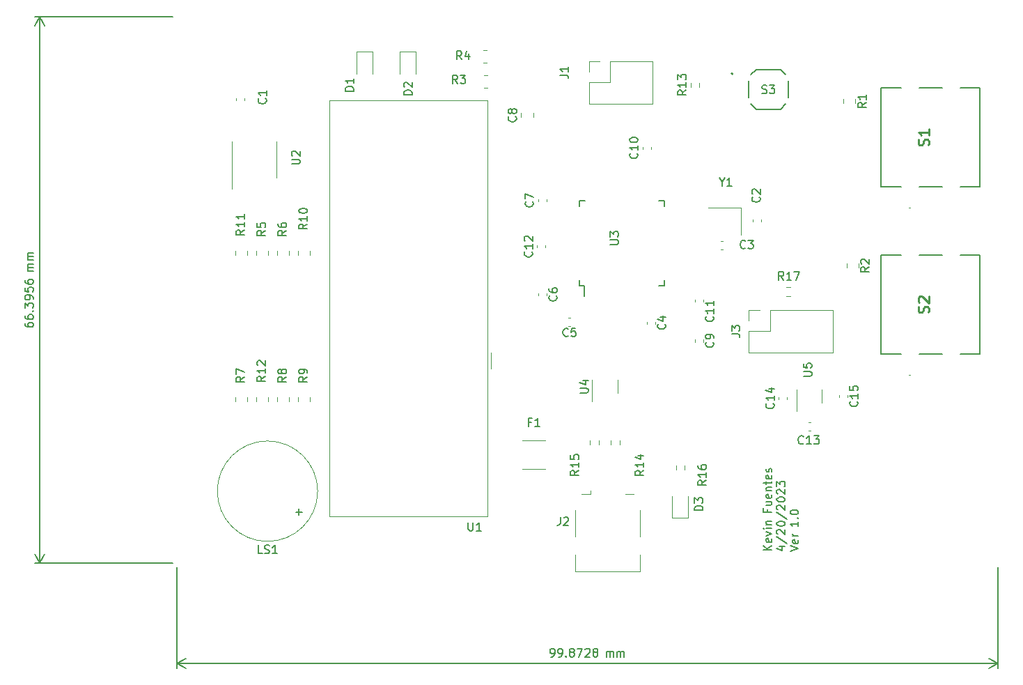
<source format=gbr>
%TF.GenerationSoftware,KiCad,Pcbnew,(7.0.0)*%
%TF.CreationDate,2023-04-20T13:43:01-06:00*%
%TF.ProjectId,Phase_B_ATMEGA_v3,50686173-655f-4425-9f41-544d4547415f,rev?*%
%TF.SameCoordinates,Original*%
%TF.FileFunction,Legend,Top*%
%TF.FilePolarity,Positive*%
%FSLAX46Y46*%
G04 Gerber Fmt 4.6, Leading zero omitted, Abs format (unit mm)*
G04 Created by KiCad (PCBNEW (7.0.0)) date 2023-04-20 13:43:01*
%MOMM*%
%LPD*%
G01*
G04 APERTURE LIST*
%ADD10C,0.150000*%
%ADD11C,0.254000*%
%ADD12C,0.120000*%
%ADD13C,0.100000*%
%ADD14C,0.200000*%
%ADD15C,0.127000*%
G04 APERTURE END LIST*
D10*
X166061980Y-89068304D02*
X165061980Y-89068304D01*
X166061980Y-88496876D02*
X165490552Y-88925447D01*
X165061980Y-88496876D02*
X165633409Y-89068304D01*
X166014361Y-87687352D02*
X166061980Y-87782590D01*
X166061980Y-87782590D02*
X166061980Y-87973066D01*
X166061980Y-87973066D02*
X166014361Y-88068304D01*
X166014361Y-88068304D02*
X165919123Y-88115923D01*
X165919123Y-88115923D02*
X165538171Y-88115923D01*
X165538171Y-88115923D02*
X165442933Y-88068304D01*
X165442933Y-88068304D02*
X165395314Y-87973066D01*
X165395314Y-87973066D02*
X165395314Y-87782590D01*
X165395314Y-87782590D02*
X165442933Y-87687352D01*
X165442933Y-87687352D02*
X165538171Y-87639733D01*
X165538171Y-87639733D02*
X165633409Y-87639733D01*
X165633409Y-87639733D02*
X165728647Y-88115923D01*
X165395314Y-87306399D02*
X166061980Y-87068304D01*
X166061980Y-87068304D02*
X165395314Y-86830209D01*
X166061980Y-86449256D02*
X165395314Y-86449256D01*
X165061980Y-86449256D02*
X165109600Y-86496875D01*
X165109600Y-86496875D02*
X165157219Y-86449256D01*
X165157219Y-86449256D02*
X165109600Y-86401637D01*
X165109600Y-86401637D02*
X165061980Y-86449256D01*
X165061980Y-86449256D02*
X165157219Y-86449256D01*
X165395314Y-85973066D02*
X166061980Y-85973066D01*
X165490552Y-85973066D02*
X165442933Y-85925447D01*
X165442933Y-85925447D02*
X165395314Y-85830209D01*
X165395314Y-85830209D02*
X165395314Y-85687352D01*
X165395314Y-85687352D02*
X165442933Y-85592114D01*
X165442933Y-85592114D02*
X165538171Y-85544495D01*
X165538171Y-85544495D02*
X166061980Y-85544495D01*
X165538171Y-84134971D02*
X165538171Y-84468304D01*
X166061980Y-84468304D02*
X165061980Y-84468304D01*
X165061980Y-84468304D02*
X165061980Y-83992114D01*
X165395314Y-83182590D02*
X166061980Y-83182590D01*
X165395314Y-83611161D02*
X165919123Y-83611161D01*
X165919123Y-83611161D02*
X166014361Y-83563542D01*
X166014361Y-83563542D02*
X166061980Y-83468304D01*
X166061980Y-83468304D02*
X166061980Y-83325447D01*
X166061980Y-83325447D02*
X166014361Y-83230209D01*
X166014361Y-83230209D02*
X165966742Y-83182590D01*
X166014361Y-82325447D02*
X166061980Y-82420685D01*
X166061980Y-82420685D02*
X166061980Y-82611161D01*
X166061980Y-82611161D02*
X166014361Y-82706399D01*
X166014361Y-82706399D02*
X165919123Y-82754018D01*
X165919123Y-82754018D02*
X165538171Y-82754018D01*
X165538171Y-82754018D02*
X165442933Y-82706399D01*
X165442933Y-82706399D02*
X165395314Y-82611161D01*
X165395314Y-82611161D02*
X165395314Y-82420685D01*
X165395314Y-82420685D02*
X165442933Y-82325447D01*
X165442933Y-82325447D02*
X165538171Y-82277828D01*
X165538171Y-82277828D02*
X165633409Y-82277828D01*
X165633409Y-82277828D02*
X165728647Y-82754018D01*
X165395314Y-81849256D02*
X166061980Y-81849256D01*
X165490552Y-81849256D02*
X165442933Y-81801637D01*
X165442933Y-81801637D02*
X165395314Y-81706399D01*
X165395314Y-81706399D02*
X165395314Y-81563542D01*
X165395314Y-81563542D02*
X165442933Y-81468304D01*
X165442933Y-81468304D02*
X165538171Y-81420685D01*
X165538171Y-81420685D02*
X166061980Y-81420685D01*
X165395314Y-81087351D02*
X165395314Y-80706399D01*
X165061980Y-80944494D02*
X165919123Y-80944494D01*
X165919123Y-80944494D02*
X166014361Y-80896875D01*
X166014361Y-80896875D02*
X166061980Y-80801637D01*
X166061980Y-80801637D02*
X166061980Y-80706399D01*
X166014361Y-79992113D02*
X166061980Y-80087351D01*
X166061980Y-80087351D02*
X166061980Y-80277827D01*
X166061980Y-80277827D02*
X166014361Y-80373065D01*
X166014361Y-80373065D02*
X165919123Y-80420684D01*
X165919123Y-80420684D02*
X165538171Y-80420684D01*
X165538171Y-80420684D02*
X165442933Y-80373065D01*
X165442933Y-80373065D02*
X165395314Y-80277827D01*
X165395314Y-80277827D02*
X165395314Y-80087351D01*
X165395314Y-80087351D02*
X165442933Y-79992113D01*
X165442933Y-79992113D02*
X165538171Y-79944494D01*
X165538171Y-79944494D02*
X165633409Y-79944494D01*
X165633409Y-79944494D02*
X165728647Y-80420684D01*
X166014361Y-79563541D02*
X166061980Y-79468303D01*
X166061980Y-79468303D02*
X166061980Y-79277827D01*
X166061980Y-79277827D02*
X166014361Y-79182589D01*
X166014361Y-79182589D02*
X165919123Y-79134970D01*
X165919123Y-79134970D02*
X165871504Y-79134970D01*
X165871504Y-79134970D02*
X165776266Y-79182589D01*
X165776266Y-79182589D02*
X165728647Y-79277827D01*
X165728647Y-79277827D02*
X165728647Y-79420684D01*
X165728647Y-79420684D02*
X165681028Y-79515922D01*
X165681028Y-79515922D02*
X165585790Y-79563541D01*
X165585790Y-79563541D02*
X165538171Y-79563541D01*
X165538171Y-79563541D02*
X165442933Y-79515922D01*
X165442933Y-79515922D02*
X165395314Y-79420684D01*
X165395314Y-79420684D02*
X165395314Y-79277827D01*
X165395314Y-79277827D02*
X165442933Y-79182589D01*
X167015314Y-88639733D02*
X167681980Y-88639733D01*
X166634361Y-88877828D02*
X167348647Y-89115923D01*
X167348647Y-89115923D02*
X167348647Y-88496876D01*
X166634361Y-87401638D02*
X167920076Y-88258780D01*
X166777219Y-87115923D02*
X166729600Y-87068304D01*
X166729600Y-87068304D02*
X166681980Y-86973066D01*
X166681980Y-86973066D02*
X166681980Y-86734971D01*
X166681980Y-86734971D02*
X166729600Y-86639733D01*
X166729600Y-86639733D02*
X166777219Y-86592114D01*
X166777219Y-86592114D02*
X166872457Y-86544495D01*
X166872457Y-86544495D02*
X166967695Y-86544495D01*
X166967695Y-86544495D02*
X167110552Y-86592114D01*
X167110552Y-86592114D02*
X167681980Y-87163542D01*
X167681980Y-87163542D02*
X167681980Y-86544495D01*
X166681980Y-85925447D02*
X166681980Y-85830209D01*
X166681980Y-85830209D02*
X166729600Y-85734971D01*
X166729600Y-85734971D02*
X166777219Y-85687352D01*
X166777219Y-85687352D02*
X166872457Y-85639733D01*
X166872457Y-85639733D02*
X167062933Y-85592114D01*
X167062933Y-85592114D02*
X167301028Y-85592114D01*
X167301028Y-85592114D02*
X167491504Y-85639733D01*
X167491504Y-85639733D02*
X167586742Y-85687352D01*
X167586742Y-85687352D02*
X167634361Y-85734971D01*
X167634361Y-85734971D02*
X167681980Y-85830209D01*
X167681980Y-85830209D02*
X167681980Y-85925447D01*
X167681980Y-85925447D02*
X167634361Y-86020685D01*
X167634361Y-86020685D02*
X167586742Y-86068304D01*
X167586742Y-86068304D02*
X167491504Y-86115923D01*
X167491504Y-86115923D02*
X167301028Y-86163542D01*
X167301028Y-86163542D02*
X167062933Y-86163542D01*
X167062933Y-86163542D02*
X166872457Y-86115923D01*
X166872457Y-86115923D02*
X166777219Y-86068304D01*
X166777219Y-86068304D02*
X166729600Y-86020685D01*
X166729600Y-86020685D02*
X166681980Y-85925447D01*
X166634361Y-84449257D02*
X167920076Y-85306399D01*
X166777219Y-84163542D02*
X166729600Y-84115923D01*
X166729600Y-84115923D02*
X166681980Y-84020685D01*
X166681980Y-84020685D02*
X166681980Y-83782590D01*
X166681980Y-83782590D02*
X166729600Y-83687352D01*
X166729600Y-83687352D02*
X166777219Y-83639733D01*
X166777219Y-83639733D02*
X166872457Y-83592114D01*
X166872457Y-83592114D02*
X166967695Y-83592114D01*
X166967695Y-83592114D02*
X167110552Y-83639733D01*
X167110552Y-83639733D02*
X167681980Y-84211161D01*
X167681980Y-84211161D02*
X167681980Y-83592114D01*
X166681980Y-82973066D02*
X166681980Y-82877828D01*
X166681980Y-82877828D02*
X166729600Y-82782590D01*
X166729600Y-82782590D02*
X166777219Y-82734971D01*
X166777219Y-82734971D02*
X166872457Y-82687352D01*
X166872457Y-82687352D02*
X167062933Y-82639733D01*
X167062933Y-82639733D02*
X167301028Y-82639733D01*
X167301028Y-82639733D02*
X167491504Y-82687352D01*
X167491504Y-82687352D02*
X167586742Y-82734971D01*
X167586742Y-82734971D02*
X167634361Y-82782590D01*
X167634361Y-82782590D02*
X167681980Y-82877828D01*
X167681980Y-82877828D02*
X167681980Y-82973066D01*
X167681980Y-82973066D02*
X167634361Y-83068304D01*
X167634361Y-83068304D02*
X167586742Y-83115923D01*
X167586742Y-83115923D02*
X167491504Y-83163542D01*
X167491504Y-83163542D02*
X167301028Y-83211161D01*
X167301028Y-83211161D02*
X167062933Y-83211161D01*
X167062933Y-83211161D02*
X166872457Y-83163542D01*
X166872457Y-83163542D02*
X166777219Y-83115923D01*
X166777219Y-83115923D02*
X166729600Y-83068304D01*
X166729600Y-83068304D02*
X166681980Y-82973066D01*
X166777219Y-82258780D02*
X166729600Y-82211161D01*
X166729600Y-82211161D02*
X166681980Y-82115923D01*
X166681980Y-82115923D02*
X166681980Y-81877828D01*
X166681980Y-81877828D02*
X166729600Y-81782590D01*
X166729600Y-81782590D02*
X166777219Y-81734971D01*
X166777219Y-81734971D02*
X166872457Y-81687352D01*
X166872457Y-81687352D02*
X166967695Y-81687352D01*
X166967695Y-81687352D02*
X167110552Y-81734971D01*
X167110552Y-81734971D02*
X167681980Y-82306399D01*
X167681980Y-82306399D02*
X167681980Y-81687352D01*
X166681980Y-81354018D02*
X166681980Y-80734971D01*
X166681980Y-80734971D02*
X167062933Y-81068304D01*
X167062933Y-81068304D02*
X167062933Y-80925447D01*
X167062933Y-80925447D02*
X167110552Y-80830209D01*
X167110552Y-80830209D02*
X167158171Y-80782590D01*
X167158171Y-80782590D02*
X167253409Y-80734971D01*
X167253409Y-80734971D02*
X167491504Y-80734971D01*
X167491504Y-80734971D02*
X167586742Y-80782590D01*
X167586742Y-80782590D02*
X167634361Y-80830209D01*
X167634361Y-80830209D02*
X167681980Y-80925447D01*
X167681980Y-80925447D02*
X167681980Y-81211161D01*
X167681980Y-81211161D02*
X167634361Y-81306399D01*
X167634361Y-81306399D02*
X167586742Y-81354018D01*
X168301980Y-89211161D02*
X169301980Y-88877828D01*
X169301980Y-88877828D02*
X168301980Y-88544495D01*
X169254361Y-87830209D02*
X169301980Y-87925447D01*
X169301980Y-87925447D02*
X169301980Y-88115923D01*
X169301980Y-88115923D02*
X169254361Y-88211161D01*
X169254361Y-88211161D02*
X169159123Y-88258780D01*
X169159123Y-88258780D02*
X168778171Y-88258780D01*
X168778171Y-88258780D02*
X168682933Y-88211161D01*
X168682933Y-88211161D02*
X168635314Y-88115923D01*
X168635314Y-88115923D02*
X168635314Y-87925447D01*
X168635314Y-87925447D02*
X168682933Y-87830209D01*
X168682933Y-87830209D02*
X168778171Y-87782590D01*
X168778171Y-87782590D02*
X168873409Y-87782590D01*
X168873409Y-87782590D02*
X168968647Y-88258780D01*
X169301980Y-87354018D02*
X168635314Y-87354018D01*
X168825790Y-87354018D02*
X168730552Y-87306399D01*
X168730552Y-87306399D02*
X168682933Y-87258780D01*
X168682933Y-87258780D02*
X168635314Y-87163542D01*
X168635314Y-87163542D02*
X168635314Y-87068304D01*
X169301980Y-85611161D02*
X169301980Y-86182589D01*
X169301980Y-85896875D02*
X168301980Y-85896875D01*
X168301980Y-85896875D02*
X168444838Y-85992113D01*
X168444838Y-85992113D02*
X168540076Y-86087351D01*
X168540076Y-86087351D02*
X168587695Y-86182589D01*
X169206742Y-85182589D02*
X169254361Y-85134970D01*
X169254361Y-85134970D02*
X169301980Y-85182589D01*
X169301980Y-85182589D02*
X169254361Y-85230208D01*
X169254361Y-85230208D02*
X169206742Y-85182589D01*
X169206742Y-85182589D02*
X169301980Y-85182589D01*
X168301980Y-84515923D02*
X168301980Y-84420685D01*
X168301980Y-84420685D02*
X168349600Y-84325447D01*
X168349600Y-84325447D02*
X168397219Y-84277828D01*
X168397219Y-84277828D02*
X168492457Y-84230209D01*
X168492457Y-84230209D02*
X168682933Y-84182590D01*
X168682933Y-84182590D02*
X168921028Y-84182590D01*
X168921028Y-84182590D02*
X169111504Y-84230209D01*
X169111504Y-84230209D02*
X169206742Y-84277828D01*
X169206742Y-84277828D02*
X169254361Y-84325447D01*
X169254361Y-84325447D02*
X169301980Y-84420685D01*
X169301980Y-84420685D02*
X169301980Y-84515923D01*
X169301980Y-84515923D02*
X169254361Y-84611161D01*
X169254361Y-84611161D02*
X169206742Y-84658780D01*
X169206742Y-84658780D02*
X169111504Y-84706399D01*
X169111504Y-84706399D02*
X168921028Y-84754018D01*
X168921028Y-84754018D02*
X168682933Y-84754018D01*
X168682933Y-84754018D02*
X168492457Y-84706399D01*
X168492457Y-84706399D02*
X168397219Y-84658780D01*
X168397219Y-84658780D02*
X168349600Y-84611161D01*
X168349600Y-84611161D02*
X168301980Y-84515923D01*
X139208543Y-102036580D02*
X139399019Y-102036580D01*
X139399019Y-102036580D02*
X139494257Y-101988961D01*
X139494257Y-101988961D02*
X139541876Y-101941342D01*
X139541876Y-101941342D02*
X139637114Y-101798485D01*
X139637114Y-101798485D02*
X139684733Y-101608009D01*
X139684733Y-101608009D02*
X139684733Y-101227057D01*
X139684733Y-101227057D02*
X139637114Y-101131819D01*
X139637114Y-101131819D02*
X139589495Y-101084200D01*
X139589495Y-101084200D02*
X139494257Y-101036580D01*
X139494257Y-101036580D02*
X139303781Y-101036580D01*
X139303781Y-101036580D02*
X139208543Y-101084200D01*
X139208543Y-101084200D02*
X139160924Y-101131819D01*
X139160924Y-101131819D02*
X139113305Y-101227057D01*
X139113305Y-101227057D02*
X139113305Y-101465152D01*
X139113305Y-101465152D02*
X139160924Y-101560390D01*
X139160924Y-101560390D02*
X139208543Y-101608009D01*
X139208543Y-101608009D02*
X139303781Y-101655628D01*
X139303781Y-101655628D02*
X139494257Y-101655628D01*
X139494257Y-101655628D02*
X139589495Y-101608009D01*
X139589495Y-101608009D02*
X139637114Y-101560390D01*
X139637114Y-101560390D02*
X139684733Y-101465152D01*
X140160924Y-102036580D02*
X140351400Y-102036580D01*
X140351400Y-102036580D02*
X140446638Y-101988961D01*
X140446638Y-101988961D02*
X140494257Y-101941342D01*
X140494257Y-101941342D02*
X140589495Y-101798485D01*
X140589495Y-101798485D02*
X140637114Y-101608009D01*
X140637114Y-101608009D02*
X140637114Y-101227057D01*
X140637114Y-101227057D02*
X140589495Y-101131819D01*
X140589495Y-101131819D02*
X140541876Y-101084200D01*
X140541876Y-101084200D02*
X140446638Y-101036580D01*
X140446638Y-101036580D02*
X140256162Y-101036580D01*
X140256162Y-101036580D02*
X140160924Y-101084200D01*
X140160924Y-101084200D02*
X140113305Y-101131819D01*
X140113305Y-101131819D02*
X140065686Y-101227057D01*
X140065686Y-101227057D02*
X140065686Y-101465152D01*
X140065686Y-101465152D02*
X140113305Y-101560390D01*
X140113305Y-101560390D02*
X140160924Y-101608009D01*
X140160924Y-101608009D02*
X140256162Y-101655628D01*
X140256162Y-101655628D02*
X140446638Y-101655628D01*
X140446638Y-101655628D02*
X140541876Y-101608009D01*
X140541876Y-101608009D02*
X140589495Y-101560390D01*
X140589495Y-101560390D02*
X140637114Y-101465152D01*
X141065686Y-101941342D02*
X141113305Y-101988961D01*
X141113305Y-101988961D02*
X141065686Y-102036580D01*
X141065686Y-102036580D02*
X141018067Y-101988961D01*
X141018067Y-101988961D02*
X141065686Y-101941342D01*
X141065686Y-101941342D02*
X141065686Y-102036580D01*
X141684733Y-101465152D02*
X141589495Y-101417533D01*
X141589495Y-101417533D02*
X141541876Y-101369914D01*
X141541876Y-101369914D02*
X141494257Y-101274676D01*
X141494257Y-101274676D02*
X141494257Y-101227057D01*
X141494257Y-101227057D02*
X141541876Y-101131819D01*
X141541876Y-101131819D02*
X141589495Y-101084200D01*
X141589495Y-101084200D02*
X141684733Y-101036580D01*
X141684733Y-101036580D02*
X141875209Y-101036580D01*
X141875209Y-101036580D02*
X141970447Y-101084200D01*
X141970447Y-101084200D02*
X142018066Y-101131819D01*
X142018066Y-101131819D02*
X142065685Y-101227057D01*
X142065685Y-101227057D02*
X142065685Y-101274676D01*
X142065685Y-101274676D02*
X142018066Y-101369914D01*
X142018066Y-101369914D02*
X141970447Y-101417533D01*
X141970447Y-101417533D02*
X141875209Y-101465152D01*
X141875209Y-101465152D02*
X141684733Y-101465152D01*
X141684733Y-101465152D02*
X141589495Y-101512771D01*
X141589495Y-101512771D02*
X141541876Y-101560390D01*
X141541876Y-101560390D02*
X141494257Y-101655628D01*
X141494257Y-101655628D02*
X141494257Y-101846104D01*
X141494257Y-101846104D02*
X141541876Y-101941342D01*
X141541876Y-101941342D02*
X141589495Y-101988961D01*
X141589495Y-101988961D02*
X141684733Y-102036580D01*
X141684733Y-102036580D02*
X141875209Y-102036580D01*
X141875209Y-102036580D02*
X141970447Y-101988961D01*
X141970447Y-101988961D02*
X142018066Y-101941342D01*
X142018066Y-101941342D02*
X142065685Y-101846104D01*
X142065685Y-101846104D02*
X142065685Y-101655628D01*
X142065685Y-101655628D02*
X142018066Y-101560390D01*
X142018066Y-101560390D02*
X141970447Y-101512771D01*
X141970447Y-101512771D02*
X141875209Y-101465152D01*
X142399019Y-101036580D02*
X143065685Y-101036580D01*
X143065685Y-101036580D02*
X142637114Y-102036580D01*
X143399019Y-101131819D02*
X143446638Y-101084200D01*
X143446638Y-101084200D02*
X143541876Y-101036580D01*
X143541876Y-101036580D02*
X143779971Y-101036580D01*
X143779971Y-101036580D02*
X143875209Y-101084200D01*
X143875209Y-101084200D02*
X143922828Y-101131819D01*
X143922828Y-101131819D02*
X143970447Y-101227057D01*
X143970447Y-101227057D02*
X143970447Y-101322295D01*
X143970447Y-101322295D02*
X143922828Y-101465152D01*
X143922828Y-101465152D02*
X143351400Y-102036580D01*
X143351400Y-102036580D02*
X143970447Y-102036580D01*
X144541876Y-101465152D02*
X144446638Y-101417533D01*
X144446638Y-101417533D02*
X144399019Y-101369914D01*
X144399019Y-101369914D02*
X144351400Y-101274676D01*
X144351400Y-101274676D02*
X144351400Y-101227057D01*
X144351400Y-101227057D02*
X144399019Y-101131819D01*
X144399019Y-101131819D02*
X144446638Y-101084200D01*
X144446638Y-101084200D02*
X144541876Y-101036580D01*
X144541876Y-101036580D02*
X144732352Y-101036580D01*
X144732352Y-101036580D02*
X144827590Y-101084200D01*
X144827590Y-101084200D02*
X144875209Y-101131819D01*
X144875209Y-101131819D02*
X144922828Y-101227057D01*
X144922828Y-101227057D02*
X144922828Y-101274676D01*
X144922828Y-101274676D02*
X144875209Y-101369914D01*
X144875209Y-101369914D02*
X144827590Y-101417533D01*
X144827590Y-101417533D02*
X144732352Y-101465152D01*
X144732352Y-101465152D02*
X144541876Y-101465152D01*
X144541876Y-101465152D02*
X144446638Y-101512771D01*
X144446638Y-101512771D02*
X144399019Y-101560390D01*
X144399019Y-101560390D02*
X144351400Y-101655628D01*
X144351400Y-101655628D02*
X144351400Y-101846104D01*
X144351400Y-101846104D02*
X144399019Y-101941342D01*
X144399019Y-101941342D02*
X144446638Y-101988961D01*
X144446638Y-101988961D02*
X144541876Y-102036580D01*
X144541876Y-102036580D02*
X144732352Y-102036580D01*
X144732352Y-102036580D02*
X144827590Y-101988961D01*
X144827590Y-101988961D02*
X144875209Y-101941342D01*
X144875209Y-101941342D02*
X144922828Y-101846104D01*
X144922828Y-101846104D02*
X144922828Y-101655628D01*
X144922828Y-101655628D02*
X144875209Y-101560390D01*
X144875209Y-101560390D02*
X144827590Y-101512771D01*
X144827590Y-101512771D02*
X144732352Y-101465152D01*
X145951400Y-102036580D02*
X145951400Y-101369914D01*
X145951400Y-101465152D02*
X145999019Y-101417533D01*
X145999019Y-101417533D02*
X146094257Y-101369914D01*
X146094257Y-101369914D02*
X146237114Y-101369914D01*
X146237114Y-101369914D02*
X146332352Y-101417533D01*
X146332352Y-101417533D02*
X146379971Y-101512771D01*
X146379971Y-101512771D02*
X146379971Y-102036580D01*
X146379971Y-101512771D02*
X146427590Y-101417533D01*
X146427590Y-101417533D02*
X146522828Y-101369914D01*
X146522828Y-101369914D02*
X146665685Y-101369914D01*
X146665685Y-101369914D02*
X146760924Y-101417533D01*
X146760924Y-101417533D02*
X146808543Y-101512771D01*
X146808543Y-101512771D02*
X146808543Y-102036580D01*
X147284733Y-102036580D02*
X147284733Y-101369914D01*
X147284733Y-101465152D02*
X147332352Y-101417533D01*
X147332352Y-101417533D02*
X147427590Y-101369914D01*
X147427590Y-101369914D02*
X147570447Y-101369914D01*
X147570447Y-101369914D02*
X147665685Y-101417533D01*
X147665685Y-101417533D02*
X147713304Y-101512771D01*
X147713304Y-101512771D02*
X147713304Y-102036580D01*
X147713304Y-101512771D02*
X147760923Y-101417533D01*
X147760923Y-101417533D02*
X147856161Y-101369914D01*
X147856161Y-101369914D02*
X147999018Y-101369914D01*
X147999018Y-101369914D02*
X148094257Y-101417533D01*
X148094257Y-101417533D02*
X148141876Y-101512771D01*
X148141876Y-101512771D02*
X148141876Y-102036580D01*
X193587800Y-91142000D02*
X193587800Y-103405620D01*
X93715000Y-91142000D02*
X93715000Y-103405620D01*
X193587800Y-102819200D02*
X93715000Y-102819200D01*
X193587800Y-102819200D02*
X93715000Y-102819200D01*
X193587800Y-102819200D02*
X192461296Y-103405621D01*
X193587800Y-102819200D02*
X192461296Y-102232779D01*
X93715000Y-102819200D02*
X94841504Y-102232779D01*
X93715000Y-102819200D02*
X94841504Y-103405621D01*
X75280980Y-61506104D02*
X75280980Y-61696580D01*
X75280980Y-61696580D02*
X75328600Y-61791818D01*
X75328600Y-61791818D02*
X75376219Y-61839437D01*
X75376219Y-61839437D02*
X75519076Y-61934675D01*
X75519076Y-61934675D02*
X75709552Y-61982294D01*
X75709552Y-61982294D02*
X76090504Y-61982294D01*
X76090504Y-61982294D02*
X76185742Y-61934675D01*
X76185742Y-61934675D02*
X76233361Y-61887056D01*
X76233361Y-61887056D02*
X76280980Y-61791818D01*
X76280980Y-61791818D02*
X76280980Y-61601342D01*
X76280980Y-61601342D02*
X76233361Y-61506104D01*
X76233361Y-61506104D02*
X76185742Y-61458485D01*
X76185742Y-61458485D02*
X76090504Y-61410866D01*
X76090504Y-61410866D02*
X75852409Y-61410866D01*
X75852409Y-61410866D02*
X75757171Y-61458485D01*
X75757171Y-61458485D02*
X75709552Y-61506104D01*
X75709552Y-61506104D02*
X75661933Y-61601342D01*
X75661933Y-61601342D02*
X75661933Y-61791818D01*
X75661933Y-61791818D02*
X75709552Y-61887056D01*
X75709552Y-61887056D02*
X75757171Y-61934675D01*
X75757171Y-61934675D02*
X75852409Y-61982294D01*
X75280980Y-60553723D02*
X75280980Y-60744199D01*
X75280980Y-60744199D02*
X75328600Y-60839437D01*
X75328600Y-60839437D02*
X75376219Y-60887056D01*
X75376219Y-60887056D02*
X75519076Y-60982294D01*
X75519076Y-60982294D02*
X75709552Y-61029913D01*
X75709552Y-61029913D02*
X76090504Y-61029913D01*
X76090504Y-61029913D02*
X76185742Y-60982294D01*
X76185742Y-60982294D02*
X76233361Y-60934675D01*
X76233361Y-60934675D02*
X76280980Y-60839437D01*
X76280980Y-60839437D02*
X76280980Y-60648961D01*
X76280980Y-60648961D02*
X76233361Y-60553723D01*
X76233361Y-60553723D02*
X76185742Y-60506104D01*
X76185742Y-60506104D02*
X76090504Y-60458485D01*
X76090504Y-60458485D02*
X75852409Y-60458485D01*
X75852409Y-60458485D02*
X75757171Y-60506104D01*
X75757171Y-60506104D02*
X75709552Y-60553723D01*
X75709552Y-60553723D02*
X75661933Y-60648961D01*
X75661933Y-60648961D02*
X75661933Y-60839437D01*
X75661933Y-60839437D02*
X75709552Y-60934675D01*
X75709552Y-60934675D02*
X75757171Y-60982294D01*
X75757171Y-60982294D02*
X75852409Y-61029913D01*
X76185742Y-60029913D02*
X76233361Y-59982294D01*
X76233361Y-59982294D02*
X76280980Y-60029913D01*
X76280980Y-60029913D02*
X76233361Y-60077532D01*
X76233361Y-60077532D02*
X76185742Y-60029913D01*
X76185742Y-60029913D02*
X76280980Y-60029913D01*
X75280980Y-59648961D02*
X75280980Y-59029914D01*
X75280980Y-59029914D02*
X75661933Y-59363247D01*
X75661933Y-59363247D02*
X75661933Y-59220390D01*
X75661933Y-59220390D02*
X75709552Y-59125152D01*
X75709552Y-59125152D02*
X75757171Y-59077533D01*
X75757171Y-59077533D02*
X75852409Y-59029914D01*
X75852409Y-59029914D02*
X76090504Y-59029914D01*
X76090504Y-59029914D02*
X76185742Y-59077533D01*
X76185742Y-59077533D02*
X76233361Y-59125152D01*
X76233361Y-59125152D02*
X76280980Y-59220390D01*
X76280980Y-59220390D02*
X76280980Y-59506104D01*
X76280980Y-59506104D02*
X76233361Y-59601342D01*
X76233361Y-59601342D02*
X76185742Y-59648961D01*
X76280980Y-58553723D02*
X76280980Y-58363247D01*
X76280980Y-58363247D02*
X76233361Y-58268009D01*
X76233361Y-58268009D02*
X76185742Y-58220390D01*
X76185742Y-58220390D02*
X76042885Y-58125152D01*
X76042885Y-58125152D02*
X75852409Y-58077533D01*
X75852409Y-58077533D02*
X75471457Y-58077533D01*
X75471457Y-58077533D02*
X75376219Y-58125152D01*
X75376219Y-58125152D02*
X75328600Y-58172771D01*
X75328600Y-58172771D02*
X75280980Y-58268009D01*
X75280980Y-58268009D02*
X75280980Y-58458485D01*
X75280980Y-58458485D02*
X75328600Y-58553723D01*
X75328600Y-58553723D02*
X75376219Y-58601342D01*
X75376219Y-58601342D02*
X75471457Y-58648961D01*
X75471457Y-58648961D02*
X75709552Y-58648961D01*
X75709552Y-58648961D02*
X75804790Y-58601342D01*
X75804790Y-58601342D02*
X75852409Y-58553723D01*
X75852409Y-58553723D02*
X75900028Y-58458485D01*
X75900028Y-58458485D02*
X75900028Y-58268009D01*
X75900028Y-58268009D02*
X75852409Y-58172771D01*
X75852409Y-58172771D02*
X75804790Y-58125152D01*
X75804790Y-58125152D02*
X75709552Y-58077533D01*
X75280980Y-57172771D02*
X75280980Y-57648961D01*
X75280980Y-57648961D02*
X75757171Y-57696580D01*
X75757171Y-57696580D02*
X75709552Y-57648961D01*
X75709552Y-57648961D02*
X75661933Y-57553723D01*
X75661933Y-57553723D02*
X75661933Y-57315628D01*
X75661933Y-57315628D02*
X75709552Y-57220390D01*
X75709552Y-57220390D02*
X75757171Y-57172771D01*
X75757171Y-57172771D02*
X75852409Y-57125152D01*
X75852409Y-57125152D02*
X76090504Y-57125152D01*
X76090504Y-57125152D02*
X76185742Y-57172771D01*
X76185742Y-57172771D02*
X76233361Y-57220390D01*
X76233361Y-57220390D02*
X76280980Y-57315628D01*
X76280980Y-57315628D02*
X76280980Y-57553723D01*
X76280980Y-57553723D02*
X76233361Y-57648961D01*
X76233361Y-57648961D02*
X76185742Y-57696580D01*
X75280980Y-56268009D02*
X75280980Y-56458485D01*
X75280980Y-56458485D02*
X75328600Y-56553723D01*
X75328600Y-56553723D02*
X75376219Y-56601342D01*
X75376219Y-56601342D02*
X75519076Y-56696580D01*
X75519076Y-56696580D02*
X75709552Y-56744199D01*
X75709552Y-56744199D02*
X76090504Y-56744199D01*
X76090504Y-56744199D02*
X76185742Y-56696580D01*
X76185742Y-56696580D02*
X76233361Y-56648961D01*
X76233361Y-56648961D02*
X76280980Y-56553723D01*
X76280980Y-56553723D02*
X76280980Y-56363247D01*
X76280980Y-56363247D02*
X76233361Y-56268009D01*
X76233361Y-56268009D02*
X76185742Y-56220390D01*
X76185742Y-56220390D02*
X76090504Y-56172771D01*
X76090504Y-56172771D02*
X75852409Y-56172771D01*
X75852409Y-56172771D02*
X75757171Y-56220390D01*
X75757171Y-56220390D02*
X75709552Y-56268009D01*
X75709552Y-56268009D02*
X75661933Y-56363247D01*
X75661933Y-56363247D02*
X75661933Y-56553723D01*
X75661933Y-56553723D02*
X75709552Y-56648961D01*
X75709552Y-56648961D02*
X75757171Y-56696580D01*
X75757171Y-56696580D02*
X75852409Y-56744199D01*
X76280980Y-55144199D02*
X75614314Y-55144199D01*
X75709552Y-55144199D02*
X75661933Y-55096580D01*
X75661933Y-55096580D02*
X75614314Y-55001342D01*
X75614314Y-55001342D02*
X75614314Y-54858485D01*
X75614314Y-54858485D02*
X75661933Y-54763247D01*
X75661933Y-54763247D02*
X75757171Y-54715628D01*
X75757171Y-54715628D02*
X76280980Y-54715628D01*
X75757171Y-54715628D02*
X75661933Y-54668009D01*
X75661933Y-54668009D02*
X75614314Y-54572771D01*
X75614314Y-54572771D02*
X75614314Y-54429914D01*
X75614314Y-54429914D02*
X75661933Y-54334675D01*
X75661933Y-54334675D02*
X75757171Y-54287056D01*
X75757171Y-54287056D02*
X76280980Y-54287056D01*
X76280980Y-53810866D02*
X75614314Y-53810866D01*
X75709552Y-53810866D02*
X75661933Y-53763247D01*
X75661933Y-53763247D02*
X75614314Y-53668009D01*
X75614314Y-53668009D02*
X75614314Y-53525152D01*
X75614314Y-53525152D02*
X75661933Y-53429914D01*
X75661933Y-53429914D02*
X75757171Y-53382295D01*
X75757171Y-53382295D02*
X76280980Y-53382295D01*
X75757171Y-53382295D02*
X75661933Y-53334676D01*
X75661933Y-53334676D02*
X75614314Y-53239438D01*
X75614314Y-53239438D02*
X75614314Y-53096581D01*
X75614314Y-53096581D02*
X75661933Y-53001342D01*
X75661933Y-53001342D02*
X75757171Y-52953723D01*
X75757171Y-52953723D02*
X76280980Y-52953723D01*
X93215000Y-90642000D02*
X76477180Y-90642000D01*
X93215000Y-24246400D02*
X76477180Y-24246400D01*
X77063600Y-90642000D02*
X77063600Y-24246400D01*
X77063600Y-90642000D02*
X77063600Y-24246400D01*
X77063600Y-90642000D02*
X76477179Y-89515496D01*
X77063600Y-90642000D02*
X77650021Y-89515496D01*
X77063600Y-24246400D02*
X77650021Y-25372904D01*
X77063600Y-24246400D02*
X76477179Y-25372904D01*
%TO.C,C3*%
X162860333Y-52342142D02*
X162812714Y-52389761D01*
X162812714Y-52389761D02*
X162669857Y-52437380D01*
X162669857Y-52437380D02*
X162574619Y-52437380D01*
X162574619Y-52437380D02*
X162431762Y-52389761D01*
X162431762Y-52389761D02*
X162336524Y-52294523D01*
X162336524Y-52294523D02*
X162288905Y-52199285D01*
X162288905Y-52199285D02*
X162241286Y-52008809D01*
X162241286Y-52008809D02*
X162241286Y-51865952D01*
X162241286Y-51865952D02*
X162288905Y-51675476D01*
X162288905Y-51675476D02*
X162336524Y-51580238D01*
X162336524Y-51580238D02*
X162431762Y-51485000D01*
X162431762Y-51485000D02*
X162574619Y-51437380D01*
X162574619Y-51437380D02*
X162669857Y-51437380D01*
X162669857Y-51437380D02*
X162812714Y-51485000D01*
X162812714Y-51485000D02*
X162860333Y-51532619D01*
X163193667Y-51437380D02*
X163812714Y-51437380D01*
X163812714Y-51437380D02*
X163479381Y-51818333D01*
X163479381Y-51818333D02*
X163622238Y-51818333D01*
X163622238Y-51818333D02*
X163717476Y-51865952D01*
X163717476Y-51865952D02*
X163765095Y-51913571D01*
X163765095Y-51913571D02*
X163812714Y-52008809D01*
X163812714Y-52008809D02*
X163812714Y-52246904D01*
X163812714Y-52246904D02*
X163765095Y-52342142D01*
X163765095Y-52342142D02*
X163717476Y-52389761D01*
X163717476Y-52389761D02*
X163622238Y-52437380D01*
X163622238Y-52437380D02*
X163336524Y-52437380D01*
X163336524Y-52437380D02*
X163241286Y-52389761D01*
X163241286Y-52389761D02*
X163193667Y-52342142D01*
%TO.C,U1*%
X129178095Y-85717380D02*
X129178095Y-86526904D01*
X129178095Y-86526904D02*
X129225714Y-86622142D01*
X129225714Y-86622142D02*
X129273333Y-86669761D01*
X129273333Y-86669761D02*
X129368571Y-86717380D01*
X129368571Y-86717380D02*
X129559047Y-86717380D01*
X129559047Y-86717380D02*
X129654285Y-86669761D01*
X129654285Y-86669761D02*
X129701904Y-86622142D01*
X129701904Y-86622142D02*
X129749523Y-86526904D01*
X129749523Y-86526904D02*
X129749523Y-85717380D01*
X130749523Y-86717380D02*
X130178095Y-86717380D01*
X130463809Y-86717380D02*
X130463809Y-85717380D01*
X130463809Y-85717380D02*
X130368571Y-85860238D01*
X130368571Y-85860238D02*
X130273333Y-85955476D01*
X130273333Y-85955476D02*
X130178095Y-86003095D01*
%TO.C,D2*%
X122338180Y-33758094D02*
X121338180Y-33758094D01*
X121338180Y-33758094D02*
X121338180Y-33519999D01*
X121338180Y-33519999D02*
X121385800Y-33377142D01*
X121385800Y-33377142D02*
X121481038Y-33281904D01*
X121481038Y-33281904D02*
X121576276Y-33234285D01*
X121576276Y-33234285D02*
X121766752Y-33186666D01*
X121766752Y-33186666D02*
X121909609Y-33186666D01*
X121909609Y-33186666D02*
X122100085Y-33234285D01*
X122100085Y-33234285D02*
X122195323Y-33281904D01*
X122195323Y-33281904D02*
X122290561Y-33377142D01*
X122290561Y-33377142D02*
X122338180Y-33519999D01*
X122338180Y-33519999D02*
X122338180Y-33758094D01*
X121433419Y-32805713D02*
X121385800Y-32758094D01*
X121385800Y-32758094D02*
X121338180Y-32662856D01*
X121338180Y-32662856D02*
X121338180Y-32424761D01*
X121338180Y-32424761D02*
X121385800Y-32329523D01*
X121385800Y-32329523D02*
X121433419Y-32281904D01*
X121433419Y-32281904D02*
X121528657Y-32234285D01*
X121528657Y-32234285D02*
X121623895Y-32234285D01*
X121623895Y-32234285D02*
X121766752Y-32281904D01*
X121766752Y-32281904D02*
X122338180Y-32853332D01*
X122338180Y-32853332D02*
X122338180Y-32234285D01*
%TO.C,R15*%
X142607380Y-79382857D02*
X142131190Y-79716190D01*
X142607380Y-79954285D02*
X141607380Y-79954285D01*
X141607380Y-79954285D02*
X141607380Y-79573333D01*
X141607380Y-79573333D02*
X141655000Y-79478095D01*
X141655000Y-79478095D02*
X141702619Y-79430476D01*
X141702619Y-79430476D02*
X141797857Y-79382857D01*
X141797857Y-79382857D02*
X141940714Y-79382857D01*
X141940714Y-79382857D02*
X142035952Y-79430476D01*
X142035952Y-79430476D02*
X142083571Y-79478095D01*
X142083571Y-79478095D02*
X142131190Y-79573333D01*
X142131190Y-79573333D02*
X142131190Y-79954285D01*
X142607380Y-78430476D02*
X142607380Y-79001904D01*
X142607380Y-78716190D02*
X141607380Y-78716190D01*
X141607380Y-78716190D02*
X141750238Y-78811428D01*
X141750238Y-78811428D02*
X141845476Y-78906666D01*
X141845476Y-78906666D02*
X141893095Y-79001904D01*
X141607380Y-77525714D02*
X141607380Y-78001904D01*
X141607380Y-78001904D02*
X142083571Y-78049523D01*
X142083571Y-78049523D02*
X142035952Y-78001904D01*
X142035952Y-78001904D02*
X141988333Y-77906666D01*
X141988333Y-77906666D02*
X141988333Y-77668571D01*
X141988333Y-77668571D02*
X142035952Y-77573333D01*
X142035952Y-77573333D02*
X142083571Y-77525714D01*
X142083571Y-77525714D02*
X142178809Y-77478095D01*
X142178809Y-77478095D02*
X142416904Y-77478095D01*
X142416904Y-77478095D02*
X142512142Y-77525714D01*
X142512142Y-77525714D02*
X142559761Y-77573333D01*
X142559761Y-77573333D02*
X142607380Y-77668571D01*
X142607380Y-77668571D02*
X142607380Y-77906666D01*
X142607380Y-77906666D02*
X142559761Y-78001904D01*
X142559761Y-78001904D02*
X142512142Y-78049523D01*
%TO.C,D3*%
X157694980Y-84253294D02*
X156694980Y-84253294D01*
X156694980Y-84253294D02*
X156694980Y-84015199D01*
X156694980Y-84015199D02*
X156742600Y-83872342D01*
X156742600Y-83872342D02*
X156837838Y-83777104D01*
X156837838Y-83777104D02*
X156933076Y-83729485D01*
X156933076Y-83729485D02*
X157123552Y-83681866D01*
X157123552Y-83681866D02*
X157266409Y-83681866D01*
X157266409Y-83681866D02*
X157456885Y-83729485D01*
X157456885Y-83729485D02*
X157552123Y-83777104D01*
X157552123Y-83777104D02*
X157647361Y-83872342D01*
X157647361Y-83872342D02*
X157694980Y-84015199D01*
X157694980Y-84015199D02*
X157694980Y-84253294D01*
X156694980Y-83348532D02*
X156694980Y-82729485D01*
X156694980Y-82729485D02*
X157075933Y-83062818D01*
X157075933Y-83062818D02*
X157075933Y-82919961D01*
X157075933Y-82919961D02*
X157123552Y-82824723D01*
X157123552Y-82824723D02*
X157171171Y-82777104D01*
X157171171Y-82777104D02*
X157266409Y-82729485D01*
X157266409Y-82729485D02*
X157504504Y-82729485D01*
X157504504Y-82729485D02*
X157599742Y-82777104D01*
X157599742Y-82777104D02*
X157647361Y-82824723D01*
X157647361Y-82824723D02*
X157694980Y-82919961D01*
X157694980Y-82919961D02*
X157694980Y-83205675D01*
X157694980Y-83205675D02*
X157647361Y-83300913D01*
X157647361Y-83300913D02*
X157599742Y-83348532D01*
%TO.C,R11*%
X101967380Y-50172857D02*
X101491190Y-50506190D01*
X101967380Y-50744285D02*
X100967380Y-50744285D01*
X100967380Y-50744285D02*
X100967380Y-50363333D01*
X100967380Y-50363333D02*
X101015000Y-50268095D01*
X101015000Y-50268095D02*
X101062619Y-50220476D01*
X101062619Y-50220476D02*
X101157857Y-50172857D01*
X101157857Y-50172857D02*
X101300714Y-50172857D01*
X101300714Y-50172857D02*
X101395952Y-50220476D01*
X101395952Y-50220476D02*
X101443571Y-50268095D01*
X101443571Y-50268095D02*
X101491190Y-50363333D01*
X101491190Y-50363333D02*
X101491190Y-50744285D01*
X101967380Y-49220476D02*
X101967380Y-49791904D01*
X101967380Y-49506190D02*
X100967380Y-49506190D01*
X100967380Y-49506190D02*
X101110238Y-49601428D01*
X101110238Y-49601428D02*
X101205476Y-49696666D01*
X101205476Y-49696666D02*
X101253095Y-49791904D01*
X101967380Y-48268095D02*
X101967380Y-48839523D01*
X101967380Y-48553809D02*
X100967380Y-48553809D01*
X100967380Y-48553809D02*
X101110238Y-48649047D01*
X101110238Y-48649047D02*
X101205476Y-48744285D01*
X101205476Y-48744285D02*
X101253095Y-48839523D01*
%TO.C,U2*%
X107698380Y-42163904D02*
X108507904Y-42163904D01*
X108507904Y-42163904D02*
X108603142Y-42116285D01*
X108603142Y-42116285D02*
X108650761Y-42068666D01*
X108650761Y-42068666D02*
X108698380Y-41973428D01*
X108698380Y-41973428D02*
X108698380Y-41782952D01*
X108698380Y-41782952D02*
X108650761Y-41687714D01*
X108650761Y-41687714D02*
X108603142Y-41640095D01*
X108603142Y-41640095D02*
X108507904Y-41592476D01*
X108507904Y-41592476D02*
X107698380Y-41592476D01*
X107793619Y-41163904D02*
X107746000Y-41116285D01*
X107746000Y-41116285D02*
X107698380Y-41021047D01*
X107698380Y-41021047D02*
X107698380Y-40782952D01*
X107698380Y-40782952D02*
X107746000Y-40687714D01*
X107746000Y-40687714D02*
X107793619Y-40640095D01*
X107793619Y-40640095D02*
X107888857Y-40592476D01*
X107888857Y-40592476D02*
X107984095Y-40592476D01*
X107984095Y-40592476D02*
X108126952Y-40640095D01*
X108126952Y-40640095D02*
X108698380Y-41211523D01*
X108698380Y-41211523D02*
X108698380Y-40592476D01*
%TO.C,U3*%
X146422380Y-51946904D02*
X147231904Y-51946904D01*
X147231904Y-51946904D02*
X147327142Y-51899285D01*
X147327142Y-51899285D02*
X147374761Y-51851666D01*
X147374761Y-51851666D02*
X147422380Y-51756428D01*
X147422380Y-51756428D02*
X147422380Y-51565952D01*
X147422380Y-51565952D02*
X147374761Y-51470714D01*
X147374761Y-51470714D02*
X147327142Y-51423095D01*
X147327142Y-51423095D02*
X147231904Y-51375476D01*
X147231904Y-51375476D02*
X146422380Y-51375476D01*
X146422380Y-50994523D02*
X146422380Y-50375476D01*
X146422380Y-50375476D02*
X146803333Y-50708809D01*
X146803333Y-50708809D02*
X146803333Y-50565952D01*
X146803333Y-50565952D02*
X146850952Y-50470714D01*
X146850952Y-50470714D02*
X146898571Y-50423095D01*
X146898571Y-50423095D02*
X146993809Y-50375476D01*
X146993809Y-50375476D02*
X147231904Y-50375476D01*
X147231904Y-50375476D02*
X147327142Y-50423095D01*
X147327142Y-50423095D02*
X147374761Y-50470714D01*
X147374761Y-50470714D02*
X147422380Y-50565952D01*
X147422380Y-50565952D02*
X147422380Y-50851666D01*
X147422380Y-50851666D02*
X147374761Y-50946904D01*
X147374761Y-50946904D02*
X147327142Y-50994523D01*
%TO.C,R13*%
X155655380Y-33193457D02*
X155179190Y-33526790D01*
X155655380Y-33764885D02*
X154655380Y-33764885D01*
X154655380Y-33764885D02*
X154655380Y-33383933D01*
X154655380Y-33383933D02*
X154703000Y-33288695D01*
X154703000Y-33288695D02*
X154750619Y-33241076D01*
X154750619Y-33241076D02*
X154845857Y-33193457D01*
X154845857Y-33193457D02*
X154988714Y-33193457D01*
X154988714Y-33193457D02*
X155083952Y-33241076D01*
X155083952Y-33241076D02*
X155131571Y-33288695D01*
X155131571Y-33288695D02*
X155179190Y-33383933D01*
X155179190Y-33383933D02*
X155179190Y-33764885D01*
X155655380Y-32241076D02*
X155655380Y-32812504D01*
X155655380Y-32526790D02*
X154655380Y-32526790D01*
X154655380Y-32526790D02*
X154798238Y-32622028D01*
X154798238Y-32622028D02*
X154893476Y-32717266D01*
X154893476Y-32717266D02*
X154941095Y-32812504D01*
X154655380Y-31907742D02*
X154655380Y-31288695D01*
X154655380Y-31288695D02*
X155036333Y-31622028D01*
X155036333Y-31622028D02*
X155036333Y-31479171D01*
X155036333Y-31479171D02*
X155083952Y-31383933D01*
X155083952Y-31383933D02*
X155131571Y-31336314D01*
X155131571Y-31336314D02*
X155226809Y-31288695D01*
X155226809Y-31288695D02*
X155464904Y-31288695D01*
X155464904Y-31288695D02*
X155560142Y-31336314D01*
X155560142Y-31336314D02*
X155607761Y-31383933D01*
X155607761Y-31383933D02*
X155655380Y-31479171D01*
X155655380Y-31479171D02*
X155655380Y-31764885D01*
X155655380Y-31764885D02*
X155607761Y-31860123D01*
X155607761Y-31860123D02*
X155560142Y-31907742D01*
%TO.C,U5*%
X169928380Y-67944904D02*
X170737904Y-67944904D01*
X170737904Y-67944904D02*
X170833142Y-67897285D01*
X170833142Y-67897285D02*
X170880761Y-67849666D01*
X170880761Y-67849666D02*
X170928380Y-67754428D01*
X170928380Y-67754428D02*
X170928380Y-67563952D01*
X170928380Y-67563952D02*
X170880761Y-67468714D01*
X170880761Y-67468714D02*
X170833142Y-67421095D01*
X170833142Y-67421095D02*
X170737904Y-67373476D01*
X170737904Y-67373476D02*
X169928380Y-67373476D01*
X169928380Y-66421095D02*
X169928380Y-66897285D01*
X169928380Y-66897285D02*
X170404571Y-66944904D01*
X170404571Y-66944904D02*
X170356952Y-66897285D01*
X170356952Y-66897285D02*
X170309333Y-66802047D01*
X170309333Y-66802047D02*
X170309333Y-66563952D01*
X170309333Y-66563952D02*
X170356952Y-66468714D01*
X170356952Y-66468714D02*
X170404571Y-66421095D01*
X170404571Y-66421095D02*
X170499809Y-66373476D01*
X170499809Y-66373476D02*
X170737904Y-66373476D01*
X170737904Y-66373476D02*
X170833142Y-66421095D01*
X170833142Y-66421095D02*
X170880761Y-66468714D01*
X170880761Y-66468714D02*
X170928380Y-66563952D01*
X170928380Y-66563952D02*
X170928380Y-66802047D01*
X170928380Y-66802047D02*
X170880761Y-66897285D01*
X170880761Y-66897285D02*
X170833142Y-66944904D01*
%TO.C,R8*%
X107047380Y-68031666D02*
X106571190Y-68364999D01*
X107047380Y-68603094D02*
X106047380Y-68603094D01*
X106047380Y-68603094D02*
X106047380Y-68222142D01*
X106047380Y-68222142D02*
X106095000Y-68126904D01*
X106095000Y-68126904D02*
X106142619Y-68079285D01*
X106142619Y-68079285D02*
X106237857Y-68031666D01*
X106237857Y-68031666D02*
X106380714Y-68031666D01*
X106380714Y-68031666D02*
X106475952Y-68079285D01*
X106475952Y-68079285D02*
X106523571Y-68126904D01*
X106523571Y-68126904D02*
X106571190Y-68222142D01*
X106571190Y-68222142D02*
X106571190Y-68603094D01*
X106475952Y-67460237D02*
X106428333Y-67555475D01*
X106428333Y-67555475D02*
X106380714Y-67603094D01*
X106380714Y-67603094D02*
X106285476Y-67650713D01*
X106285476Y-67650713D02*
X106237857Y-67650713D01*
X106237857Y-67650713D02*
X106142619Y-67603094D01*
X106142619Y-67603094D02*
X106095000Y-67555475D01*
X106095000Y-67555475D02*
X106047380Y-67460237D01*
X106047380Y-67460237D02*
X106047380Y-67269761D01*
X106047380Y-67269761D02*
X106095000Y-67174523D01*
X106095000Y-67174523D02*
X106142619Y-67126904D01*
X106142619Y-67126904D02*
X106237857Y-67079285D01*
X106237857Y-67079285D02*
X106285476Y-67079285D01*
X106285476Y-67079285D02*
X106380714Y-67126904D01*
X106380714Y-67126904D02*
X106428333Y-67174523D01*
X106428333Y-67174523D02*
X106475952Y-67269761D01*
X106475952Y-67269761D02*
X106475952Y-67460237D01*
X106475952Y-67460237D02*
X106523571Y-67555475D01*
X106523571Y-67555475D02*
X106571190Y-67603094D01*
X106571190Y-67603094D02*
X106666428Y-67650713D01*
X106666428Y-67650713D02*
X106856904Y-67650713D01*
X106856904Y-67650713D02*
X106952142Y-67603094D01*
X106952142Y-67603094D02*
X106999761Y-67555475D01*
X106999761Y-67555475D02*
X107047380Y-67460237D01*
X107047380Y-67460237D02*
X107047380Y-67269761D01*
X107047380Y-67269761D02*
X106999761Y-67174523D01*
X106999761Y-67174523D02*
X106952142Y-67126904D01*
X106952142Y-67126904D02*
X106856904Y-67079285D01*
X106856904Y-67079285D02*
X106666428Y-67079285D01*
X106666428Y-67079285D02*
X106571190Y-67126904D01*
X106571190Y-67126904D02*
X106523571Y-67174523D01*
X106523571Y-67174523D02*
X106475952Y-67269761D01*
%TO.C,C15*%
X176454142Y-71013857D02*
X176501761Y-71061476D01*
X176501761Y-71061476D02*
X176549380Y-71204333D01*
X176549380Y-71204333D02*
X176549380Y-71299571D01*
X176549380Y-71299571D02*
X176501761Y-71442428D01*
X176501761Y-71442428D02*
X176406523Y-71537666D01*
X176406523Y-71537666D02*
X176311285Y-71585285D01*
X176311285Y-71585285D02*
X176120809Y-71632904D01*
X176120809Y-71632904D02*
X175977952Y-71632904D01*
X175977952Y-71632904D02*
X175787476Y-71585285D01*
X175787476Y-71585285D02*
X175692238Y-71537666D01*
X175692238Y-71537666D02*
X175597000Y-71442428D01*
X175597000Y-71442428D02*
X175549380Y-71299571D01*
X175549380Y-71299571D02*
X175549380Y-71204333D01*
X175549380Y-71204333D02*
X175597000Y-71061476D01*
X175597000Y-71061476D02*
X175644619Y-71013857D01*
X176549380Y-70061476D02*
X176549380Y-70632904D01*
X176549380Y-70347190D02*
X175549380Y-70347190D01*
X175549380Y-70347190D02*
X175692238Y-70442428D01*
X175692238Y-70442428D02*
X175787476Y-70537666D01*
X175787476Y-70537666D02*
X175835095Y-70632904D01*
X175549380Y-69156714D02*
X175549380Y-69632904D01*
X175549380Y-69632904D02*
X176025571Y-69680523D01*
X176025571Y-69680523D02*
X175977952Y-69632904D01*
X175977952Y-69632904D02*
X175930333Y-69537666D01*
X175930333Y-69537666D02*
X175930333Y-69299571D01*
X175930333Y-69299571D02*
X175977952Y-69204333D01*
X175977952Y-69204333D02*
X176025571Y-69156714D01*
X176025571Y-69156714D02*
X176120809Y-69109095D01*
X176120809Y-69109095D02*
X176358904Y-69109095D01*
X176358904Y-69109095D02*
X176454142Y-69156714D01*
X176454142Y-69156714D02*
X176501761Y-69204333D01*
X176501761Y-69204333D02*
X176549380Y-69299571D01*
X176549380Y-69299571D02*
X176549380Y-69537666D01*
X176549380Y-69537666D02*
X176501761Y-69632904D01*
X176501761Y-69632904D02*
X176454142Y-69680523D01*
%TO.C,R7*%
X101967380Y-68031666D02*
X101491190Y-68364999D01*
X101967380Y-68603094D02*
X100967380Y-68603094D01*
X100967380Y-68603094D02*
X100967380Y-68222142D01*
X100967380Y-68222142D02*
X101015000Y-68126904D01*
X101015000Y-68126904D02*
X101062619Y-68079285D01*
X101062619Y-68079285D02*
X101157857Y-68031666D01*
X101157857Y-68031666D02*
X101300714Y-68031666D01*
X101300714Y-68031666D02*
X101395952Y-68079285D01*
X101395952Y-68079285D02*
X101443571Y-68126904D01*
X101443571Y-68126904D02*
X101491190Y-68222142D01*
X101491190Y-68222142D02*
X101491190Y-68603094D01*
X100967380Y-67698332D02*
X100967380Y-67031666D01*
X100967380Y-67031666D02*
X101967380Y-67460237D01*
%TO.C,C12*%
X136891142Y-52826857D02*
X136938761Y-52874476D01*
X136938761Y-52874476D02*
X136986380Y-53017333D01*
X136986380Y-53017333D02*
X136986380Y-53112571D01*
X136986380Y-53112571D02*
X136938761Y-53255428D01*
X136938761Y-53255428D02*
X136843523Y-53350666D01*
X136843523Y-53350666D02*
X136748285Y-53398285D01*
X136748285Y-53398285D02*
X136557809Y-53445904D01*
X136557809Y-53445904D02*
X136414952Y-53445904D01*
X136414952Y-53445904D02*
X136224476Y-53398285D01*
X136224476Y-53398285D02*
X136129238Y-53350666D01*
X136129238Y-53350666D02*
X136034000Y-53255428D01*
X136034000Y-53255428D02*
X135986380Y-53112571D01*
X135986380Y-53112571D02*
X135986380Y-53017333D01*
X135986380Y-53017333D02*
X136034000Y-52874476D01*
X136034000Y-52874476D02*
X136081619Y-52826857D01*
X136986380Y-51874476D02*
X136986380Y-52445904D01*
X136986380Y-52160190D02*
X135986380Y-52160190D01*
X135986380Y-52160190D02*
X136129238Y-52255428D01*
X136129238Y-52255428D02*
X136224476Y-52350666D01*
X136224476Y-52350666D02*
X136272095Y-52445904D01*
X136081619Y-51493523D02*
X136034000Y-51445904D01*
X136034000Y-51445904D02*
X135986380Y-51350666D01*
X135986380Y-51350666D02*
X135986380Y-51112571D01*
X135986380Y-51112571D02*
X136034000Y-51017333D01*
X136034000Y-51017333D02*
X136081619Y-50969714D01*
X136081619Y-50969714D02*
X136176857Y-50922095D01*
X136176857Y-50922095D02*
X136272095Y-50922095D01*
X136272095Y-50922095D02*
X136414952Y-50969714D01*
X136414952Y-50969714D02*
X136986380Y-51541142D01*
X136986380Y-51541142D02*
X136986380Y-50922095D01*
D11*
%TO.C,S2*%
X185091097Y-60187619D02*
X185151573Y-60006190D01*
X185151573Y-60006190D02*
X185151573Y-59703809D01*
X185151573Y-59703809D02*
X185091097Y-59582857D01*
X185091097Y-59582857D02*
X185030621Y-59522381D01*
X185030621Y-59522381D02*
X184909669Y-59461904D01*
X184909669Y-59461904D02*
X184788716Y-59461904D01*
X184788716Y-59461904D02*
X184667764Y-59522381D01*
X184667764Y-59522381D02*
X184607288Y-59582857D01*
X184607288Y-59582857D02*
X184546811Y-59703809D01*
X184546811Y-59703809D02*
X184486335Y-59945714D01*
X184486335Y-59945714D02*
X184425859Y-60066666D01*
X184425859Y-60066666D02*
X184365383Y-60127143D01*
X184365383Y-60127143D02*
X184244430Y-60187619D01*
X184244430Y-60187619D02*
X184123478Y-60187619D01*
X184123478Y-60187619D02*
X184002526Y-60127143D01*
X184002526Y-60127143D02*
X183942050Y-60066666D01*
X183942050Y-60066666D02*
X183881573Y-59945714D01*
X183881573Y-59945714D02*
X183881573Y-59643333D01*
X183881573Y-59643333D02*
X183942050Y-59461904D01*
X184002526Y-58978095D02*
X183942050Y-58917619D01*
X183942050Y-58917619D02*
X183881573Y-58796666D01*
X183881573Y-58796666D02*
X183881573Y-58494285D01*
X183881573Y-58494285D02*
X183942050Y-58373333D01*
X183942050Y-58373333D02*
X184002526Y-58312857D01*
X184002526Y-58312857D02*
X184123478Y-58252380D01*
X184123478Y-58252380D02*
X184244430Y-58252380D01*
X184244430Y-58252380D02*
X184425859Y-58312857D01*
X184425859Y-58312857D02*
X185151573Y-59038571D01*
X185151573Y-59038571D02*
X185151573Y-58252380D01*
D10*
%TO.C,J1*%
X140337380Y-31372133D02*
X141051666Y-31372133D01*
X141051666Y-31372133D02*
X141194523Y-31419752D01*
X141194523Y-31419752D02*
X141289761Y-31514990D01*
X141289761Y-31514990D02*
X141337380Y-31657847D01*
X141337380Y-31657847D02*
X141337380Y-31753085D01*
X141337380Y-30372133D02*
X141337380Y-30943561D01*
X141337380Y-30657847D02*
X140337380Y-30657847D01*
X140337380Y-30657847D02*
X140480238Y-30753085D01*
X140480238Y-30753085D02*
X140575476Y-30848323D01*
X140575476Y-30848323D02*
X140623095Y-30943561D01*
%TO.C,R1*%
X177531380Y-34687166D02*
X177055190Y-35020499D01*
X177531380Y-35258594D02*
X176531380Y-35258594D01*
X176531380Y-35258594D02*
X176531380Y-34877642D01*
X176531380Y-34877642D02*
X176579000Y-34782404D01*
X176579000Y-34782404D02*
X176626619Y-34734785D01*
X176626619Y-34734785D02*
X176721857Y-34687166D01*
X176721857Y-34687166D02*
X176864714Y-34687166D01*
X176864714Y-34687166D02*
X176959952Y-34734785D01*
X176959952Y-34734785D02*
X177007571Y-34782404D01*
X177007571Y-34782404D02*
X177055190Y-34877642D01*
X177055190Y-34877642D02*
X177055190Y-35258594D01*
X177531380Y-33734785D02*
X177531380Y-34306213D01*
X177531380Y-34020499D02*
X176531380Y-34020499D01*
X176531380Y-34020499D02*
X176674238Y-34115737D01*
X176674238Y-34115737D02*
X176769476Y-34210975D01*
X176769476Y-34210975D02*
X176817095Y-34306213D01*
%TO.C,C2*%
X164569142Y-46166666D02*
X164616761Y-46214285D01*
X164616761Y-46214285D02*
X164664380Y-46357142D01*
X164664380Y-46357142D02*
X164664380Y-46452380D01*
X164664380Y-46452380D02*
X164616761Y-46595237D01*
X164616761Y-46595237D02*
X164521523Y-46690475D01*
X164521523Y-46690475D02*
X164426285Y-46738094D01*
X164426285Y-46738094D02*
X164235809Y-46785713D01*
X164235809Y-46785713D02*
X164092952Y-46785713D01*
X164092952Y-46785713D02*
X163902476Y-46738094D01*
X163902476Y-46738094D02*
X163807238Y-46690475D01*
X163807238Y-46690475D02*
X163712000Y-46595237D01*
X163712000Y-46595237D02*
X163664380Y-46452380D01*
X163664380Y-46452380D02*
X163664380Y-46357142D01*
X163664380Y-46357142D02*
X163712000Y-46214285D01*
X163712000Y-46214285D02*
X163759619Y-46166666D01*
X163759619Y-45785713D02*
X163712000Y-45738094D01*
X163712000Y-45738094D02*
X163664380Y-45642856D01*
X163664380Y-45642856D02*
X163664380Y-45404761D01*
X163664380Y-45404761D02*
X163712000Y-45309523D01*
X163712000Y-45309523D02*
X163759619Y-45261904D01*
X163759619Y-45261904D02*
X163854857Y-45214285D01*
X163854857Y-45214285D02*
X163950095Y-45214285D01*
X163950095Y-45214285D02*
X164092952Y-45261904D01*
X164092952Y-45261904D02*
X164664380Y-45833332D01*
X164664380Y-45833332D02*
X164664380Y-45214285D01*
%TO.C,R17*%
X167505142Y-56247380D02*
X167171809Y-55771190D01*
X166933714Y-56247380D02*
X166933714Y-55247380D01*
X166933714Y-55247380D02*
X167314666Y-55247380D01*
X167314666Y-55247380D02*
X167409904Y-55295000D01*
X167409904Y-55295000D02*
X167457523Y-55342619D01*
X167457523Y-55342619D02*
X167505142Y-55437857D01*
X167505142Y-55437857D02*
X167505142Y-55580714D01*
X167505142Y-55580714D02*
X167457523Y-55675952D01*
X167457523Y-55675952D02*
X167409904Y-55723571D01*
X167409904Y-55723571D02*
X167314666Y-55771190D01*
X167314666Y-55771190D02*
X166933714Y-55771190D01*
X168457523Y-56247380D02*
X167886095Y-56247380D01*
X168171809Y-56247380D02*
X168171809Y-55247380D01*
X168171809Y-55247380D02*
X168076571Y-55390238D01*
X168076571Y-55390238D02*
X167981333Y-55485476D01*
X167981333Y-55485476D02*
X167886095Y-55533095D01*
X168790857Y-55247380D02*
X169457523Y-55247380D01*
X169457523Y-55247380D02*
X169028952Y-56247380D01*
%TO.C,R10*%
X109587380Y-49457857D02*
X109111190Y-49791190D01*
X109587380Y-50029285D02*
X108587380Y-50029285D01*
X108587380Y-50029285D02*
X108587380Y-49648333D01*
X108587380Y-49648333D02*
X108635000Y-49553095D01*
X108635000Y-49553095D02*
X108682619Y-49505476D01*
X108682619Y-49505476D02*
X108777857Y-49457857D01*
X108777857Y-49457857D02*
X108920714Y-49457857D01*
X108920714Y-49457857D02*
X109015952Y-49505476D01*
X109015952Y-49505476D02*
X109063571Y-49553095D01*
X109063571Y-49553095D02*
X109111190Y-49648333D01*
X109111190Y-49648333D02*
X109111190Y-50029285D01*
X109587380Y-48505476D02*
X109587380Y-49076904D01*
X109587380Y-48791190D02*
X108587380Y-48791190D01*
X108587380Y-48791190D02*
X108730238Y-48886428D01*
X108730238Y-48886428D02*
X108825476Y-48981666D01*
X108825476Y-48981666D02*
X108873095Y-49076904D01*
X108587380Y-47886428D02*
X108587380Y-47791190D01*
X108587380Y-47791190D02*
X108635000Y-47695952D01*
X108635000Y-47695952D02*
X108682619Y-47648333D01*
X108682619Y-47648333D02*
X108777857Y-47600714D01*
X108777857Y-47600714D02*
X108968333Y-47553095D01*
X108968333Y-47553095D02*
X109206428Y-47553095D01*
X109206428Y-47553095D02*
X109396904Y-47600714D01*
X109396904Y-47600714D02*
X109492142Y-47648333D01*
X109492142Y-47648333D02*
X109539761Y-47695952D01*
X109539761Y-47695952D02*
X109587380Y-47791190D01*
X109587380Y-47791190D02*
X109587380Y-47886428D01*
X109587380Y-47886428D02*
X109539761Y-47981666D01*
X109539761Y-47981666D02*
X109492142Y-48029285D01*
X109492142Y-48029285D02*
X109396904Y-48076904D01*
X109396904Y-48076904D02*
X109206428Y-48124523D01*
X109206428Y-48124523D02*
X108968333Y-48124523D01*
X108968333Y-48124523D02*
X108777857Y-48076904D01*
X108777857Y-48076904D02*
X108682619Y-48029285D01*
X108682619Y-48029285D02*
X108635000Y-47981666D01*
X108635000Y-47981666D02*
X108587380Y-47886428D01*
%TO.C,J2*%
X140371666Y-85079880D02*
X140371666Y-85794166D01*
X140371666Y-85794166D02*
X140324047Y-85937023D01*
X140324047Y-85937023D02*
X140228809Y-86032261D01*
X140228809Y-86032261D02*
X140085952Y-86079880D01*
X140085952Y-86079880D02*
X139990714Y-86079880D01*
X140800238Y-85175119D02*
X140847857Y-85127500D01*
X140847857Y-85127500D02*
X140943095Y-85079880D01*
X140943095Y-85079880D02*
X141181190Y-85079880D01*
X141181190Y-85079880D02*
X141276428Y-85127500D01*
X141276428Y-85127500D02*
X141324047Y-85175119D01*
X141324047Y-85175119D02*
X141371666Y-85270357D01*
X141371666Y-85270357D02*
X141371666Y-85365595D01*
X141371666Y-85365595D02*
X141324047Y-85508452D01*
X141324047Y-85508452D02*
X140752619Y-86079880D01*
X140752619Y-86079880D02*
X141371666Y-86079880D01*
%TO.C,C7*%
X137007142Y-46736666D02*
X137054761Y-46784285D01*
X137054761Y-46784285D02*
X137102380Y-46927142D01*
X137102380Y-46927142D02*
X137102380Y-47022380D01*
X137102380Y-47022380D02*
X137054761Y-47165237D01*
X137054761Y-47165237D02*
X136959523Y-47260475D01*
X136959523Y-47260475D02*
X136864285Y-47308094D01*
X136864285Y-47308094D02*
X136673809Y-47355713D01*
X136673809Y-47355713D02*
X136530952Y-47355713D01*
X136530952Y-47355713D02*
X136340476Y-47308094D01*
X136340476Y-47308094D02*
X136245238Y-47260475D01*
X136245238Y-47260475D02*
X136150000Y-47165237D01*
X136150000Y-47165237D02*
X136102380Y-47022380D01*
X136102380Y-47022380D02*
X136102380Y-46927142D01*
X136102380Y-46927142D02*
X136150000Y-46784285D01*
X136150000Y-46784285D02*
X136197619Y-46736666D01*
X136102380Y-46403332D02*
X136102380Y-45736666D01*
X136102380Y-45736666D02*
X137102380Y-46165237D01*
%TO.C,LS1*%
X104122142Y-89482380D02*
X103645952Y-89482380D01*
X103645952Y-89482380D02*
X103645952Y-88482380D01*
X104407857Y-89434761D02*
X104550714Y-89482380D01*
X104550714Y-89482380D02*
X104788809Y-89482380D01*
X104788809Y-89482380D02*
X104884047Y-89434761D01*
X104884047Y-89434761D02*
X104931666Y-89387142D01*
X104931666Y-89387142D02*
X104979285Y-89291904D01*
X104979285Y-89291904D02*
X104979285Y-89196666D01*
X104979285Y-89196666D02*
X104931666Y-89101428D01*
X104931666Y-89101428D02*
X104884047Y-89053809D01*
X104884047Y-89053809D02*
X104788809Y-89006190D01*
X104788809Y-89006190D02*
X104598333Y-88958571D01*
X104598333Y-88958571D02*
X104503095Y-88910952D01*
X104503095Y-88910952D02*
X104455476Y-88863333D01*
X104455476Y-88863333D02*
X104407857Y-88768095D01*
X104407857Y-88768095D02*
X104407857Y-88672857D01*
X104407857Y-88672857D02*
X104455476Y-88577619D01*
X104455476Y-88577619D02*
X104503095Y-88530000D01*
X104503095Y-88530000D02*
X104598333Y-88482380D01*
X104598333Y-88482380D02*
X104836428Y-88482380D01*
X104836428Y-88482380D02*
X104979285Y-88530000D01*
X105931666Y-89482380D02*
X105360238Y-89482380D01*
X105645952Y-89482380D02*
X105645952Y-88482380D01*
X105645952Y-88482380D02*
X105550714Y-88625238D01*
X105550714Y-88625238D02*
X105455476Y-88720476D01*
X105455476Y-88720476D02*
X105360238Y-88768095D01*
X108194048Y-84441428D02*
X108955953Y-84441428D01*
X108575000Y-84822380D02*
X108575000Y-84060476D01*
%TO.C,C9*%
X158928142Y-63806666D02*
X158975761Y-63854285D01*
X158975761Y-63854285D02*
X159023380Y-63997142D01*
X159023380Y-63997142D02*
X159023380Y-64092380D01*
X159023380Y-64092380D02*
X158975761Y-64235237D01*
X158975761Y-64235237D02*
X158880523Y-64330475D01*
X158880523Y-64330475D02*
X158785285Y-64378094D01*
X158785285Y-64378094D02*
X158594809Y-64425713D01*
X158594809Y-64425713D02*
X158451952Y-64425713D01*
X158451952Y-64425713D02*
X158261476Y-64378094D01*
X158261476Y-64378094D02*
X158166238Y-64330475D01*
X158166238Y-64330475D02*
X158071000Y-64235237D01*
X158071000Y-64235237D02*
X158023380Y-64092380D01*
X158023380Y-64092380D02*
X158023380Y-63997142D01*
X158023380Y-63997142D02*
X158071000Y-63854285D01*
X158071000Y-63854285D02*
X158118619Y-63806666D01*
X159023380Y-63330475D02*
X159023380Y-63139999D01*
X159023380Y-63139999D02*
X158975761Y-63044761D01*
X158975761Y-63044761D02*
X158928142Y-62997142D01*
X158928142Y-62997142D02*
X158785285Y-62901904D01*
X158785285Y-62901904D02*
X158594809Y-62854285D01*
X158594809Y-62854285D02*
X158213857Y-62854285D01*
X158213857Y-62854285D02*
X158118619Y-62901904D01*
X158118619Y-62901904D02*
X158071000Y-62949523D01*
X158071000Y-62949523D02*
X158023380Y-63044761D01*
X158023380Y-63044761D02*
X158023380Y-63235237D01*
X158023380Y-63235237D02*
X158071000Y-63330475D01*
X158071000Y-63330475D02*
X158118619Y-63378094D01*
X158118619Y-63378094D02*
X158213857Y-63425713D01*
X158213857Y-63425713D02*
X158451952Y-63425713D01*
X158451952Y-63425713D02*
X158547190Y-63378094D01*
X158547190Y-63378094D02*
X158594809Y-63330475D01*
X158594809Y-63330475D02*
X158642428Y-63235237D01*
X158642428Y-63235237D02*
X158642428Y-63044761D01*
X158642428Y-63044761D02*
X158594809Y-62949523D01*
X158594809Y-62949523D02*
X158547190Y-62901904D01*
X158547190Y-62901904D02*
X158451952Y-62854285D01*
%TO.C,R5*%
X104507380Y-50251666D02*
X104031190Y-50584999D01*
X104507380Y-50823094D02*
X103507380Y-50823094D01*
X103507380Y-50823094D02*
X103507380Y-50442142D01*
X103507380Y-50442142D02*
X103555000Y-50346904D01*
X103555000Y-50346904D02*
X103602619Y-50299285D01*
X103602619Y-50299285D02*
X103697857Y-50251666D01*
X103697857Y-50251666D02*
X103840714Y-50251666D01*
X103840714Y-50251666D02*
X103935952Y-50299285D01*
X103935952Y-50299285D02*
X103983571Y-50346904D01*
X103983571Y-50346904D02*
X104031190Y-50442142D01*
X104031190Y-50442142D02*
X104031190Y-50823094D01*
X103507380Y-49346904D02*
X103507380Y-49823094D01*
X103507380Y-49823094D02*
X103983571Y-49870713D01*
X103983571Y-49870713D02*
X103935952Y-49823094D01*
X103935952Y-49823094D02*
X103888333Y-49727856D01*
X103888333Y-49727856D02*
X103888333Y-49489761D01*
X103888333Y-49489761D02*
X103935952Y-49394523D01*
X103935952Y-49394523D02*
X103983571Y-49346904D01*
X103983571Y-49346904D02*
X104078809Y-49299285D01*
X104078809Y-49299285D02*
X104316904Y-49299285D01*
X104316904Y-49299285D02*
X104412142Y-49346904D01*
X104412142Y-49346904D02*
X104459761Y-49394523D01*
X104459761Y-49394523D02*
X104507380Y-49489761D01*
X104507380Y-49489761D02*
X104507380Y-49727856D01*
X104507380Y-49727856D02*
X104459761Y-49823094D01*
X104459761Y-49823094D02*
X104412142Y-49870713D01*
%TO.C,U4*%
X142752380Y-69964404D02*
X143561904Y-69964404D01*
X143561904Y-69964404D02*
X143657142Y-69916785D01*
X143657142Y-69916785D02*
X143704761Y-69869166D01*
X143704761Y-69869166D02*
X143752380Y-69773928D01*
X143752380Y-69773928D02*
X143752380Y-69583452D01*
X143752380Y-69583452D02*
X143704761Y-69488214D01*
X143704761Y-69488214D02*
X143657142Y-69440595D01*
X143657142Y-69440595D02*
X143561904Y-69392976D01*
X143561904Y-69392976D02*
X142752380Y-69392976D01*
X143085714Y-68488214D02*
X143752380Y-68488214D01*
X142704761Y-68726309D02*
X143419047Y-68964404D01*
X143419047Y-68964404D02*
X143419047Y-68345357D01*
%TO.C,R6*%
X107047380Y-50251666D02*
X106571190Y-50584999D01*
X107047380Y-50823094D02*
X106047380Y-50823094D01*
X106047380Y-50823094D02*
X106047380Y-50442142D01*
X106047380Y-50442142D02*
X106095000Y-50346904D01*
X106095000Y-50346904D02*
X106142619Y-50299285D01*
X106142619Y-50299285D02*
X106237857Y-50251666D01*
X106237857Y-50251666D02*
X106380714Y-50251666D01*
X106380714Y-50251666D02*
X106475952Y-50299285D01*
X106475952Y-50299285D02*
X106523571Y-50346904D01*
X106523571Y-50346904D02*
X106571190Y-50442142D01*
X106571190Y-50442142D02*
X106571190Y-50823094D01*
X106047380Y-49394523D02*
X106047380Y-49584999D01*
X106047380Y-49584999D02*
X106095000Y-49680237D01*
X106095000Y-49680237D02*
X106142619Y-49727856D01*
X106142619Y-49727856D02*
X106285476Y-49823094D01*
X106285476Y-49823094D02*
X106475952Y-49870713D01*
X106475952Y-49870713D02*
X106856904Y-49870713D01*
X106856904Y-49870713D02*
X106952142Y-49823094D01*
X106952142Y-49823094D02*
X106999761Y-49775475D01*
X106999761Y-49775475D02*
X107047380Y-49680237D01*
X107047380Y-49680237D02*
X107047380Y-49489761D01*
X107047380Y-49489761D02*
X106999761Y-49394523D01*
X106999761Y-49394523D02*
X106952142Y-49346904D01*
X106952142Y-49346904D02*
X106856904Y-49299285D01*
X106856904Y-49299285D02*
X106618809Y-49299285D01*
X106618809Y-49299285D02*
X106523571Y-49346904D01*
X106523571Y-49346904D02*
X106475952Y-49394523D01*
X106475952Y-49394523D02*
X106428333Y-49489761D01*
X106428333Y-49489761D02*
X106428333Y-49680237D01*
X106428333Y-49680237D02*
X106475952Y-49775475D01*
X106475952Y-49775475D02*
X106523571Y-49823094D01*
X106523571Y-49823094D02*
X106618809Y-49870713D01*
%TO.C,S3*%
X164896895Y-33542961D02*
X165039752Y-33590580D01*
X165039752Y-33590580D02*
X165277847Y-33590580D01*
X165277847Y-33590580D02*
X165373085Y-33542961D01*
X165373085Y-33542961D02*
X165420704Y-33495342D01*
X165420704Y-33495342D02*
X165468323Y-33400104D01*
X165468323Y-33400104D02*
X165468323Y-33304866D01*
X165468323Y-33304866D02*
X165420704Y-33209628D01*
X165420704Y-33209628D02*
X165373085Y-33162009D01*
X165373085Y-33162009D02*
X165277847Y-33114390D01*
X165277847Y-33114390D02*
X165087371Y-33066771D01*
X165087371Y-33066771D02*
X164992133Y-33019152D01*
X164992133Y-33019152D02*
X164944514Y-32971533D01*
X164944514Y-32971533D02*
X164896895Y-32876295D01*
X164896895Y-32876295D02*
X164896895Y-32781057D01*
X164896895Y-32781057D02*
X164944514Y-32685819D01*
X164944514Y-32685819D02*
X164992133Y-32638200D01*
X164992133Y-32638200D02*
X165087371Y-32590580D01*
X165087371Y-32590580D02*
X165325466Y-32590580D01*
X165325466Y-32590580D02*
X165468323Y-32638200D01*
X165801657Y-32590580D02*
X166420704Y-32590580D01*
X166420704Y-32590580D02*
X166087371Y-32971533D01*
X166087371Y-32971533D02*
X166230228Y-32971533D01*
X166230228Y-32971533D02*
X166325466Y-33019152D01*
X166325466Y-33019152D02*
X166373085Y-33066771D01*
X166373085Y-33066771D02*
X166420704Y-33162009D01*
X166420704Y-33162009D02*
X166420704Y-33400104D01*
X166420704Y-33400104D02*
X166373085Y-33495342D01*
X166373085Y-33495342D02*
X166325466Y-33542961D01*
X166325466Y-33542961D02*
X166230228Y-33590580D01*
X166230228Y-33590580D02*
X165944514Y-33590580D01*
X165944514Y-33590580D02*
X165849276Y-33542961D01*
X165849276Y-33542961D02*
X165801657Y-33495342D01*
%TO.C,R9*%
X109587380Y-68031666D02*
X109111190Y-68364999D01*
X109587380Y-68603094D02*
X108587380Y-68603094D01*
X108587380Y-68603094D02*
X108587380Y-68222142D01*
X108587380Y-68222142D02*
X108635000Y-68126904D01*
X108635000Y-68126904D02*
X108682619Y-68079285D01*
X108682619Y-68079285D02*
X108777857Y-68031666D01*
X108777857Y-68031666D02*
X108920714Y-68031666D01*
X108920714Y-68031666D02*
X109015952Y-68079285D01*
X109015952Y-68079285D02*
X109063571Y-68126904D01*
X109063571Y-68126904D02*
X109111190Y-68222142D01*
X109111190Y-68222142D02*
X109111190Y-68603094D01*
X109587380Y-67555475D02*
X109587380Y-67364999D01*
X109587380Y-67364999D02*
X109539761Y-67269761D01*
X109539761Y-67269761D02*
X109492142Y-67222142D01*
X109492142Y-67222142D02*
X109349285Y-67126904D01*
X109349285Y-67126904D02*
X109158809Y-67079285D01*
X109158809Y-67079285D02*
X108777857Y-67079285D01*
X108777857Y-67079285D02*
X108682619Y-67126904D01*
X108682619Y-67126904D02*
X108635000Y-67174523D01*
X108635000Y-67174523D02*
X108587380Y-67269761D01*
X108587380Y-67269761D02*
X108587380Y-67460237D01*
X108587380Y-67460237D02*
X108635000Y-67555475D01*
X108635000Y-67555475D02*
X108682619Y-67603094D01*
X108682619Y-67603094D02*
X108777857Y-67650713D01*
X108777857Y-67650713D02*
X109015952Y-67650713D01*
X109015952Y-67650713D02*
X109111190Y-67603094D01*
X109111190Y-67603094D02*
X109158809Y-67555475D01*
X109158809Y-67555475D02*
X109206428Y-67460237D01*
X109206428Y-67460237D02*
X109206428Y-67269761D01*
X109206428Y-67269761D02*
X109158809Y-67174523D01*
X109158809Y-67174523D02*
X109111190Y-67126904D01*
X109111190Y-67126904D02*
X109015952Y-67079285D01*
%TO.C,C1*%
X104539142Y-34202666D02*
X104586761Y-34250285D01*
X104586761Y-34250285D02*
X104634380Y-34393142D01*
X104634380Y-34393142D02*
X104634380Y-34488380D01*
X104634380Y-34488380D02*
X104586761Y-34631237D01*
X104586761Y-34631237D02*
X104491523Y-34726475D01*
X104491523Y-34726475D02*
X104396285Y-34774094D01*
X104396285Y-34774094D02*
X104205809Y-34821713D01*
X104205809Y-34821713D02*
X104062952Y-34821713D01*
X104062952Y-34821713D02*
X103872476Y-34774094D01*
X103872476Y-34774094D02*
X103777238Y-34726475D01*
X103777238Y-34726475D02*
X103682000Y-34631237D01*
X103682000Y-34631237D02*
X103634380Y-34488380D01*
X103634380Y-34488380D02*
X103634380Y-34393142D01*
X103634380Y-34393142D02*
X103682000Y-34250285D01*
X103682000Y-34250285D02*
X103729619Y-34202666D01*
X104634380Y-33250285D02*
X104634380Y-33821713D01*
X104634380Y-33535999D02*
X103634380Y-33535999D01*
X103634380Y-33535999D02*
X103777238Y-33631237D01*
X103777238Y-33631237D02*
X103872476Y-33726475D01*
X103872476Y-33726475D02*
X103920095Y-33821713D01*
%TO.C,F1*%
X136826666Y-73503571D02*
X136493333Y-73503571D01*
X136493333Y-74027380D02*
X136493333Y-73027380D01*
X136493333Y-73027380D02*
X136969523Y-73027380D01*
X137874285Y-74027380D02*
X137302857Y-74027380D01*
X137588571Y-74027380D02*
X137588571Y-73027380D01*
X137588571Y-73027380D02*
X137493333Y-73170238D01*
X137493333Y-73170238D02*
X137398095Y-73265476D01*
X137398095Y-73265476D02*
X137302857Y-73313095D01*
%TO.C,C8*%
X134939342Y-36402266D02*
X134986961Y-36449885D01*
X134986961Y-36449885D02*
X135034580Y-36592742D01*
X135034580Y-36592742D02*
X135034580Y-36687980D01*
X135034580Y-36687980D02*
X134986961Y-36830837D01*
X134986961Y-36830837D02*
X134891723Y-36926075D01*
X134891723Y-36926075D02*
X134796485Y-36973694D01*
X134796485Y-36973694D02*
X134606009Y-37021313D01*
X134606009Y-37021313D02*
X134463152Y-37021313D01*
X134463152Y-37021313D02*
X134272676Y-36973694D01*
X134272676Y-36973694D02*
X134177438Y-36926075D01*
X134177438Y-36926075D02*
X134082200Y-36830837D01*
X134082200Y-36830837D02*
X134034580Y-36687980D01*
X134034580Y-36687980D02*
X134034580Y-36592742D01*
X134034580Y-36592742D02*
X134082200Y-36449885D01*
X134082200Y-36449885D02*
X134129819Y-36402266D01*
X134463152Y-35830837D02*
X134415533Y-35926075D01*
X134415533Y-35926075D02*
X134367914Y-35973694D01*
X134367914Y-35973694D02*
X134272676Y-36021313D01*
X134272676Y-36021313D02*
X134225057Y-36021313D01*
X134225057Y-36021313D02*
X134129819Y-35973694D01*
X134129819Y-35973694D02*
X134082200Y-35926075D01*
X134082200Y-35926075D02*
X134034580Y-35830837D01*
X134034580Y-35830837D02*
X134034580Y-35640361D01*
X134034580Y-35640361D02*
X134082200Y-35545123D01*
X134082200Y-35545123D02*
X134129819Y-35497504D01*
X134129819Y-35497504D02*
X134225057Y-35449885D01*
X134225057Y-35449885D02*
X134272676Y-35449885D01*
X134272676Y-35449885D02*
X134367914Y-35497504D01*
X134367914Y-35497504D02*
X134415533Y-35545123D01*
X134415533Y-35545123D02*
X134463152Y-35640361D01*
X134463152Y-35640361D02*
X134463152Y-35830837D01*
X134463152Y-35830837D02*
X134510771Y-35926075D01*
X134510771Y-35926075D02*
X134558390Y-35973694D01*
X134558390Y-35973694D02*
X134653628Y-36021313D01*
X134653628Y-36021313D02*
X134844104Y-36021313D01*
X134844104Y-36021313D02*
X134939342Y-35973694D01*
X134939342Y-35973694D02*
X134986961Y-35926075D01*
X134986961Y-35926075D02*
X135034580Y-35830837D01*
X135034580Y-35830837D02*
X135034580Y-35640361D01*
X135034580Y-35640361D02*
X134986961Y-35545123D01*
X134986961Y-35545123D02*
X134939342Y-35497504D01*
X134939342Y-35497504D02*
X134844104Y-35449885D01*
X134844104Y-35449885D02*
X134653628Y-35449885D01*
X134653628Y-35449885D02*
X134558390Y-35497504D01*
X134558390Y-35497504D02*
X134510771Y-35545123D01*
X134510771Y-35545123D02*
X134463152Y-35640361D01*
%TO.C,R2*%
X177912380Y-54673166D02*
X177436190Y-55006499D01*
X177912380Y-55244594D02*
X176912380Y-55244594D01*
X176912380Y-55244594D02*
X176912380Y-54863642D01*
X176912380Y-54863642D02*
X176960000Y-54768404D01*
X176960000Y-54768404D02*
X177007619Y-54720785D01*
X177007619Y-54720785D02*
X177102857Y-54673166D01*
X177102857Y-54673166D02*
X177245714Y-54673166D01*
X177245714Y-54673166D02*
X177340952Y-54720785D01*
X177340952Y-54720785D02*
X177388571Y-54768404D01*
X177388571Y-54768404D02*
X177436190Y-54863642D01*
X177436190Y-54863642D02*
X177436190Y-55244594D01*
X177007619Y-54292213D02*
X176960000Y-54244594D01*
X176960000Y-54244594D02*
X176912380Y-54149356D01*
X176912380Y-54149356D02*
X176912380Y-53911261D01*
X176912380Y-53911261D02*
X176960000Y-53816023D01*
X176960000Y-53816023D02*
X177007619Y-53768404D01*
X177007619Y-53768404D02*
X177102857Y-53720785D01*
X177102857Y-53720785D02*
X177198095Y-53720785D01*
X177198095Y-53720785D02*
X177340952Y-53768404D01*
X177340952Y-53768404D02*
X177912380Y-54339832D01*
X177912380Y-54339832D02*
X177912380Y-53720785D01*
%TO.C,J3*%
X161189380Y-62817333D02*
X161903666Y-62817333D01*
X161903666Y-62817333D02*
X162046523Y-62864952D01*
X162046523Y-62864952D02*
X162141761Y-62960190D01*
X162141761Y-62960190D02*
X162189380Y-63103047D01*
X162189380Y-63103047D02*
X162189380Y-63198285D01*
X161189380Y-62436380D02*
X161189380Y-61817333D01*
X161189380Y-61817333D02*
X161570333Y-62150666D01*
X161570333Y-62150666D02*
X161570333Y-62007809D01*
X161570333Y-62007809D02*
X161617952Y-61912571D01*
X161617952Y-61912571D02*
X161665571Y-61864952D01*
X161665571Y-61864952D02*
X161760809Y-61817333D01*
X161760809Y-61817333D02*
X161998904Y-61817333D01*
X161998904Y-61817333D02*
X162094142Y-61864952D01*
X162094142Y-61864952D02*
X162141761Y-61912571D01*
X162141761Y-61912571D02*
X162189380Y-62007809D01*
X162189380Y-62007809D02*
X162189380Y-62293523D01*
X162189380Y-62293523D02*
X162141761Y-62388761D01*
X162141761Y-62388761D02*
X162094142Y-62436380D01*
%TO.C,C13*%
X169918142Y-76091142D02*
X169870523Y-76138761D01*
X169870523Y-76138761D02*
X169727666Y-76186380D01*
X169727666Y-76186380D02*
X169632428Y-76186380D01*
X169632428Y-76186380D02*
X169489571Y-76138761D01*
X169489571Y-76138761D02*
X169394333Y-76043523D01*
X169394333Y-76043523D02*
X169346714Y-75948285D01*
X169346714Y-75948285D02*
X169299095Y-75757809D01*
X169299095Y-75757809D02*
X169299095Y-75614952D01*
X169299095Y-75614952D02*
X169346714Y-75424476D01*
X169346714Y-75424476D02*
X169394333Y-75329238D01*
X169394333Y-75329238D02*
X169489571Y-75234000D01*
X169489571Y-75234000D02*
X169632428Y-75186380D01*
X169632428Y-75186380D02*
X169727666Y-75186380D01*
X169727666Y-75186380D02*
X169870523Y-75234000D01*
X169870523Y-75234000D02*
X169918142Y-75281619D01*
X170870523Y-76186380D02*
X170299095Y-76186380D01*
X170584809Y-76186380D02*
X170584809Y-75186380D01*
X170584809Y-75186380D02*
X170489571Y-75329238D01*
X170489571Y-75329238D02*
X170394333Y-75424476D01*
X170394333Y-75424476D02*
X170299095Y-75472095D01*
X171203857Y-75186380D02*
X171822904Y-75186380D01*
X171822904Y-75186380D02*
X171489571Y-75567333D01*
X171489571Y-75567333D02*
X171632428Y-75567333D01*
X171632428Y-75567333D02*
X171727666Y-75614952D01*
X171727666Y-75614952D02*
X171775285Y-75662571D01*
X171775285Y-75662571D02*
X171822904Y-75757809D01*
X171822904Y-75757809D02*
X171822904Y-75995904D01*
X171822904Y-75995904D02*
X171775285Y-76091142D01*
X171775285Y-76091142D02*
X171727666Y-76138761D01*
X171727666Y-76138761D02*
X171632428Y-76186380D01*
X171632428Y-76186380D02*
X171346714Y-76186380D01*
X171346714Y-76186380D02*
X171251476Y-76138761D01*
X171251476Y-76138761D02*
X171203857Y-76091142D01*
%TO.C,R16*%
X158101380Y-80602057D02*
X157625190Y-80935390D01*
X158101380Y-81173485D02*
X157101380Y-81173485D01*
X157101380Y-81173485D02*
X157101380Y-80792533D01*
X157101380Y-80792533D02*
X157149000Y-80697295D01*
X157149000Y-80697295D02*
X157196619Y-80649676D01*
X157196619Y-80649676D02*
X157291857Y-80602057D01*
X157291857Y-80602057D02*
X157434714Y-80602057D01*
X157434714Y-80602057D02*
X157529952Y-80649676D01*
X157529952Y-80649676D02*
X157577571Y-80697295D01*
X157577571Y-80697295D02*
X157625190Y-80792533D01*
X157625190Y-80792533D02*
X157625190Y-81173485D01*
X158101380Y-79649676D02*
X158101380Y-80221104D01*
X158101380Y-79935390D02*
X157101380Y-79935390D01*
X157101380Y-79935390D02*
X157244238Y-80030628D01*
X157244238Y-80030628D02*
X157339476Y-80125866D01*
X157339476Y-80125866D02*
X157387095Y-80221104D01*
X157101380Y-78792533D02*
X157101380Y-78983009D01*
X157101380Y-78983009D02*
X157149000Y-79078247D01*
X157149000Y-79078247D02*
X157196619Y-79125866D01*
X157196619Y-79125866D02*
X157339476Y-79221104D01*
X157339476Y-79221104D02*
X157529952Y-79268723D01*
X157529952Y-79268723D02*
X157910904Y-79268723D01*
X157910904Y-79268723D02*
X158006142Y-79221104D01*
X158006142Y-79221104D02*
X158053761Y-79173485D01*
X158053761Y-79173485D02*
X158101380Y-79078247D01*
X158101380Y-79078247D02*
X158101380Y-78887771D01*
X158101380Y-78887771D02*
X158053761Y-78792533D01*
X158053761Y-78792533D02*
X158006142Y-78744914D01*
X158006142Y-78744914D02*
X157910904Y-78697295D01*
X157910904Y-78697295D02*
X157672809Y-78697295D01*
X157672809Y-78697295D02*
X157577571Y-78744914D01*
X157577571Y-78744914D02*
X157529952Y-78792533D01*
X157529952Y-78792533D02*
X157482333Y-78887771D01*
X157482333Y-78887771D02*
X157482333Y-79078247D01*
X157482333Y-79078247D02*
X157529952Y-79173485D01*
X157529952Y-79173485D02*
X157577571Y-79221104D01*
X157577571Y-79221104D02*
X157672809Y-79268723D01*
%TO.C,Y1*%
X160010809Y-44341190D02*
X160010809Y-44817380D01*
X159677476Y-43817380D02*
X160010809Y-44341190D01*
X160010809Y-44341190D02*
X160344142Y-43817380D01*
X161201285Y-44817380D02*
X160629857Y-44817380D01*
X160915571Y-44817380D02*
X160915571Y-43817380D01*
X160915571Y-43817380D02*
X160820333Y-43960238D01*
X160820333Y-43960238D02*
X160725095Y-44055476D01*
X160725095Y-44055476D02*
X160629857Y-44103095D01*
%TO.C,R4*%
X128380833Y-29450380D02*
X128047500Y-28974190D01*
X127809405Y-29450380D02*
X127809405Y-28450380D01*
X127809405Y-28450380D02*
X128190357Y-28450380D01*
X128190357Y-28450380D02*
X128285595Y-28498000D01*
X128285595Y-28498000D02*
X128333214Y-28545619D01*
X128333214Y-28545619D02*
X128380833Y-28640857D01*
X128380833Y-28640857D02*
X128380833Y-28783714D01*
X128380833Y-28783714D02*
X128333214Y-28878952D01*
X128333214Y-28878952D02*
X128285595Y-28926571D01*
X128285595Y-28926571D02*
X128190357Y-28974190D01*
X128190357Y-28974190D02*
X127809405Y-28974190D01*
X129237976Y-28783714D02*
X129237976Y-29450380D01*
X128999881Y-28402761D02*
X128761786Y-29117047D01*
X128761786Y-29117047D02*
X129380833Y-29117047D01*
%TO.C,C6*%
X139867142Y-58166666D02*
X139914761Y-58214285D01*
X139914761Y-58214285D02*
X139962380Y-58357142D01*
X139962380Y-58357142D02*
X139962380Y-58452380D01*
X139962380Y-58452380D02*
X139914761Y-58595237D01*
X139914761Y-58595237D02*
X139819523Y-58690475D01*
X139819523Y-58690475D02*
X139724285Y-58738094D01*
X139724285Y-58738094D02*
X139533809Y-58785713D01*
X139533809Y-58785713D02*
X139390952Y-58785713D01*
X139390952Y-58785713D02*
X139200476Y-58738094D01*
X139200476Y-58738094D02*
X139105238Y-58690475D01*
X139105238Y-58690475D02*
X139010000Y-58595237D01*
X139010000Y-58595237D02*
X138962380Y-58452380D01*
X138962380Y-58452380D02*
X138962380Y-58357142D01*
X138962380Y-58357142D02*
X139010000Y-58214285D01*
X139010000Y-58214285D02*
X139057619Y-58166666D01*
X138962380Y-57309523D02*
X138962380Y-57499999D01*
X138962380Y-57499999D02*
X139010000Y-57595237D01*
X139010000Y-57595237D02*
X139057619Y-57642856D01*
X139057619Y-57642856D02*
X139200476Y-57738094D01*
X139200476Y-57738094D02*
X139390952Y-57785713D01*
X139390952Y-57785713D02*
X139771904Y-57785713D01*
X139771904Y-57785713D02*
X139867142Y-57738094D01*
X139867142Y-57738094D02*
X139914761Y-57690475D01*
X139914761Y-57690475D02*
X139962380Y-57595237D01*
X139962380Y-57595237D02*
X139962380Y-57404761D01*
X139962380Y-57404761D02*
X139914761Y-57309523D01*
X139914761Y-57309523D02*
X139867142Y-57261904D01*
X139867142Y-57261904D02*
X139771904Y-57214285D01*
X139771904Y-57214285D02*
X139533809Y-57214285D01*
X139533809Y-57214285D02*
X139438571Y-57261904D01*
X139438571Y-57261904D02*
X139390952Y-57309523D01*
X139390952Y-57309523D02*
X139343333Y-57404761D01*
X139343333Y-57404761D02*
X139343333Y-57595237D01*
X139343333Y-57595237D02*
X139390952Y-57690475D01*
X139390952Y-57690475D02*
X139438571Y-57738094D01*
X139438571Y-57738094D02*
X139533809Y-57785713D01*
%TO.C,C14*%
X166261142Y-71254857D02*
X166308761Y-71302476D01*
X166308761Y-71302476D02*
X166356380Y-71445333D01*
X166356380Y-71445333D02*
X166356380Y-71540571D01*
X166356380Y-71540571D02*
X166308761Y-71683428D01*
X166308761Y-71683428D02*
X166213523Y-71778666D01*
X166213523Y-71778666D02*
X166118285Y-71826285D01*
X166118285Y-71826285D02*
X165927809Y-71873904D01*
X165927809Y-71873904D02*
X165784952Y-71873904D01*
X165784952Y-71873904D02*
X165594476Y-71826285D01*
X165594476Y-71826285D02*
X165499238Y-71778666D01*
X165499238Y-71778666D02*
X165404000Y-71683428D01*
X165404000Y-71683428D02*
X165356380Y-71540571D01*
X165356380Y-71540571D02*
X165356380Y-71445333D01*
X165356380Y-71445333D02*
X165404000Y-71302476D01*
X165404000Y-71302476D02*
X165451619Y-71254857D01*
X166356380Y-70302476D02*
X166356380Y-70873904D01*
X166356380Y-70588190D02*
X165356380Y-70588190D01*
X165356380Y-70588190D02*
X165499238Y-70683428D01*
X165499238Y-70683428D02*
X165594476Y-70778666D01*
X165594476Y-70778666D02*
X165642095Y-70873904D01*
X165689714Y-69445333D02*
X166356380Y-69445333D01*
X165308761Y-69683428D02*
X166023047Y-69921523D01*
X166023047Y-69921523D02*
X166023047Y-69302476D01*
%TO.C,R14*%
X150492380Y-79382857D02*
X150016190Y-79716190D01*
X150492380Y-79954285D02*
X149492380Y-79954285D01*
X149492380Y-79954285D02*
X149492380Y-79573333D01*
X149492380Y-79573333D02*
X149540000Y-79478095D01*
X149540000Y-79478095D02*
X149587619Y-79430476D01*
X149587619Y-79430476D02*
X149682857Y-79382857D01*
X149682857Y-79382857D02*
X149825714Y-79382857D01*
X149825714Y-79382857D02*
X149920952Y-79430476D01*
X149920952Y-79430476D02*
X149968571Y-79478095D01*
X149968571Y-79478095D02*
X150016190Y-79573333D01*
X150016190Y-79573333D02*
X150016190Y-79954285D01*
X150492380Y-78430476D02*
X150492380Y-79001904D01*
X150492380Y-78716190D02*
X149492380Y-78716190D01*
X149492380Y-78716190D02*
X149635238Y-78811428D01*
X149635238Y-78811428D02*
X149730476Y-78906666D01*
X149730476Y-78906666D02*
X149778095Y-79001904D01*
X149825714Y-77573333D02*
X150492380Y-77573333D01*
X149444761Y-77811428D02*
X150159047Y-78049523D01*
X150159047Y-78049523D02*
X150159047Y-77430476D01*
%TO.C,C5*%
X141313333Y-63017142D02*
X141265714Y-63064761D01*
X141265714Y-63064761D02*
X141122857Y-63112380D01*
X141122857Y-63112380D02*
X141027619Y-63112380D01*
X141027619Y-63112380D02*
X140884762Y-63064761D01*
X140884762Y-63064761D02*
X140789524Y-62969523D01*
X140789524Y-62969523D02*
X140741905Y-62874285D01*
X140741905Y-62874285D02*
X140694286Y-62683809D01*
X140694286Y-62683809D02*
X140694286Y-62540952D01*
X140694286Y-62540952D02*
X140741905Y-62350476D01*
X140741905Y-62350476D02*
X140789524Y-62255238D01*
X140789524Y-62255238D02*
X140884762Y-62160000D01*
X140884762Y-62160000D02*
X141027619Y-62112380D01*
X141027619Y-62112380D02*
X141122857Y-62112380D01*
X141122857Y-62112380D02*
X141265714Y-62160000D01*
X141265714Y-62160000D02*
X141313333Y-62207619D01*
X142218095Y-62112380D02*
X141741905Y-62112380D01*
X141741905Y-62112380D02*
X141694286Y-62588571D01*
X141694286Y-62588571D02*
X141741905Y-62540952D01*
X141741905Y-62540952D02*
X141837143Y-62493333D01*
X141837143Y-62493333D02*
X142075238Y-62493333D01*
X142075238Y-62493333D02*
X142170476Y-62540952D01*
X142170476Y-62540952D02*
X142218095Y-62588571D01*
X142218095Y-62588571D02*
X142265714Y-62683809D01*
X142265714Y-62683809D02*
X142265714Y-62921904D01*
X142265714Y-62921904D02*
X142218095Y-63017142D01*
X142218095Y-63017142D02*
X142170476Y-63064761D01*
X142170476Y-63064761D02*
X142075238Y-63112380D01*
X142075238Y-63112380D02*
X141837143Y-63112380D01*
X141837143Y-63112380D02*
X141741905Y-63064761D01*
X141741905Y-63064761D02*
X141694286Y-63017142D01*
%TO.C,C11*%
X158917142Y-60687857D02*
X158964761Y-60735476D01*
X158964761Y-60735476D02*
X159012380Y-60878333D01*
X159012380Y-60878333D02*
X159012380Y-60973571D01*
X159012380Y-60973571D02*
X158964761Y-61116428D01*
X158964761Y-61116428D02*
X158869523Y-61211666D01*
X158869523Y-61211666D02*
X158774285Y-61259285D01*
X158774285Y-61259285D02*
X158583809Y-61306904D01*
X158583809Y-61306904D02*
X158440952Y-61306904D01*
X158440952Y-61306904D02*
X158250476Y-61259285D01*
X158250476Y-61259285D02*
X158155238Y-61211666D01*
X158155238Y-61211666D02*
X158060000Y-61116428D01*
X158060000Y-61116428D02*
X158012380Y-60973571D01*
X158012380Y-60973571D02*
X158012380Y-60878333D01*
X158012380Y-60878333D02*
X158060000Y-60735476D01*
X158060000Y-60735476D02*
X158107619Y-60687857D01*
X159012380Y-59735476D02*
X159012380Y-60306904D01*
X159012380Y-60021190D02*
X158012380Y-60021190D01*
X158012380Y-60021190D02*
X158155238Y-60116428D01*
X158155238Y-60116428D02*
X158250476Y-60211666D01*
X158250476Y-60211666D02*
X158298095Y-60306904D01*
X159012380Y-58783095D02*
X159012380Y-59354523D01*
X159012380Y-59068809D02*
X158012380Y-59068809D01*
X158012380Y-59068809D02*
X158155238Y-59164047D01*
X158155238Y-59164047D02*
X158250476Y-59259285D01*
X158250476Y-59259285D02*
X158298095Y-59354523D01*
D11*
%TO.C,S1*%
X185091097Y-39867619D02*
X185151573Y-39686190D01*
X185151573Y-39686190D02*
X185151573Y-39383809D01*
X185151573Y-39383809D02*
X185091097Y-39262857D01*
X185091097Y-39262857D02*
X185030621Y-39202381D01*
X185030621Y-39202381D02*
X184909669Y-39141904D01*
X184909669Y-39141904D02*
X184788716Y-39141904D01*
X184788716Y-39141904D02*
X184667764Y-39202381D01*
X184667764Y-39202381D02*
X184607288Y-39262857D01*
X184607288Y-39262857D02*
X184546811Y-39383809D01*
X184546811Y-39383809D02*
X184486335Y-39625714D01*
X184486335Y-39625714D02*
X184425859Y-39746666D01*
X184425859Y-39746666D02*
X184365383Y-39807143D01*
X184365383Y-39807143D02*
X184244430Y-39867619D01*
X184244430Y-39867619D02*
X184123478Y-39867619D01*
X184123478Y-39867619D02*
X184002526Y-39807143D01*
X184002526Y-39807143D02*
X183942050Y-39746666D01*
X183942050Y-39746666D02*
X183881573Y-39625714D01*
X183881573Y-39625714D02*
X183881573Y-39323333D01*
X183881573Y-39323333D02*
X183942050Y-39141904D01*
X185151573Y-37932380D02*
X185151573Y-38658095D01*
X185151573Y-38295238D02*
X183881573Y-38295238D01*
X183881573Y-38295238D02*
X184063002Y-38416190D01*
X184063002Y-38416190D02*
X184183954Y-38537142D01*
X184183954Y-38537142D02*
X184244430Y-38658095D01*
D10*
%TO.C,C4*%
X153086142Y-61621666D02*
X153133761Y-61669285D01*
X153133761Y-61669285D02*
X153181380Y-61812142D01*
X153181380Y-61812142D02*
X153181380Y-61907380D01*
X153181380Y-61907380D02*
X153133761Y-62050237D01*
X153133761Y-62050237D02*
X153038523Y-62145475D01*
X153038523Y-62145475D02*
X152943285Y-62193094D01*
X152943285Y-62193094D02*
X152752809Y-62240713D01*
X152752809Y-62240713D02*
X152609952Y-62240713D01*
X152609952Y-62240713D02*
X152419476Y-62193094D01*
X152419476Y-62193094D02*
X152324238Y-62145475D01*
X152324238Y-62145475D02*
X152229000Y-62050237D01*
X152229000Y-62050237D02*
X152181380Y-61907380D01*
X152181380Y-61907380D02*
X152181380Y-61812142D01*
X152181380Y-61812142D02*
X152229000Y-61669285D01*
X152229000Y-61669285D02*
X152276619Y-61621666D01*
X152514714Y-60764523D02*
X153181380Y-60764523D01*
X152133761Y-61002618D02*
X152848047Y-61240713D01*
X152848047Y-61240713D02*
X152848047Y-60621666D01*
%TO.C,C10*%
X149707142Y-40862857D02*
X149754761Y-40910476D01*
X149754761Y-40910476D02*
X149802380Y-41053333D01*
X149802380Y-41053333D02*
X149802380Y-41148571D01*
X149802380Y-41148571D02*
X149754761Y-41291428D01*
X149754761Y-41291428D02*
X149659523Y-41386666D01*
X149659523Y-41386666D02*
X149564285Y-41434285D01*
X149564285Y-41434285D02*
X149373809Y-41481904D01*
X149373809Y-41481904D02*
X149230952Y-41481904D01*
X149230952Y-41481904D02*
X149040476Y-41434285D01*
X149040476Y-41434285D02*
X148945238Y-41386666D01*
X148945238Y-41386666D02*
X148850000Y-41291428D01*
X148850000Y-41291428D02*
X148802380Y-41148571D01*
X148802380Y-41148571D02*
X148802380Y-41053333D01*
X148802380Y-41053333D02*
X148850000Y-40910476D01*
X148850000Y-40910476D02*
X148897619Y-40862857D01*
X149802380Y-39910476D02*
X149802380Y-40481904D01*
X149802380Y-40196190D02*
X148802380Y-40196190D01*
X148802380Y-40196190D02*
X148945238Y-40291428D01*
X148945238Y-40291428D02*
X149040476Y-40386666D01*
X149040476Y-40386666D02*
X149088095Y-40481904D01*
X148802380Y-39291428D02*
X148802380Y-39196190D01*
X148802380Y-39196190D02*
X148850000Y-39100952D01*
X148850000Y-39100952D02*
X148897619Y-39053333D01*
X148897619Y-39053333D02*
X148992857Y-39005714D01*
X148992857Y-39005714D02*
X149183333Y-38958095D01*
X149183333Y-38958095D02*
X149421428Y-38958095D01*
X149421428Y-38958095D02*
X149611904Y-39005714D01*
X149611904Y-39005714D02*
X149707142Y-39053333D01*
X149707142Y-39053333D02*
X149754761Y-39100952D01*
X149754761Y-39100952D02*
X149802380Y-39196190D01*
X149802380Y-39196190D02*
X149802380Y-39291428D01*
X149802380Y-39291428D02*
X149754761Y-39386666D01*
X149754761Y-39386666D02*
X149707142Y-39434285D01*
X149707142Y-39434285D02*
X149611904Y-39481904D01*
X149611904Y-39481904D02*
X149421428Y-39529523D01*
X149421428Y-39529523D02*
X149183333Y-39529523D01*
X149183333Y-39529523D02*
X148992857Y-39481904D01*
X148992857Y-39481904D02*
X148897619Y-39434285D01*
X148897619Y-39434285D02*
X148850000Y-39386666D01*
X148850000Y-39386666D02*
X148802380Y-39291428D01*
%TO.C,R12*%
X104507380Y-67952857D02*
X104031190Y-68286190D01*
X104507380Y-68524285D02*
X103507380Y-68524285D01*
X103507380Y-68524285D02*
X103507380Y-68143333D01*
X103507380Y-68143333D02*
X103555000Y-68048095D01*
X103555000Y-68048095D02*
X103602619Y-68000476D01*
X103602619Y-68000476D02*
X103697857Y-67952857D01*
X103697857Y-67952857D02*
X103840714Y-67952857D01*
X103840714Y-67952857D02*
X103935952Y-68000476D01*
X103935952Y-68000476D02*
X103983571Y-68048095D01*
X103983571Y-68048095D02*
X104031190Y-68143333D01*
X104031190Y-68143333D02*
X104031190Y-68524285D01*
X104507380Y-67000476D02*
X104507380Y-67571904D01*
X104507380Y-67286190D02*
X103507380Y-67286190D01*
X103507380Y-67286190D02*
X103650238Y-67381428D01*
X103650238Y-67381428D02*
X103745476Y-67476666D01*
X103745476Y-67476666D02*
X103793095Y-67571904D01*
X103602619Y-66619523D02*
X103555000Y-66571904D01*
X103555000Y-66571904D02*
X103507380Y-66476666D01*
X103507380Y-66476666D02*
X103507380Y-66238571D01*
X103507380Y-66238571D02*
X103555000Y-66143333D01*
X103555000Y-66143333D02*
X103602619Y-66095714D01*
X103602619Y-66095714D02*
X103697857Y-66048095D01*
X103697857Y-66048095D02*
X103793095Y-66048095D01*
X103793095Y-66048095D02*
X103935952Y-66095714D01*
X103935952Y-66095714D02*
X104507380Y-66667142D01*
X104507380Y-66667142D02*
X104507380Y-66048095D01*
%TO.C,R3*%
X127872833Y-32371380D02*
X127539500Y-31895190D01*
X127301405Y-32371380D02*
X127301405Y-31371380D01*
X127301405Y-31371380D02*
X127682357Y-31371380D01*
X127682357Y-31371380D02*
X127777595Y-31419000D01*
X127777595Y-31419000D02*
X127825214Y-31466619D01*
X127825214Y-31466619D02*
X127872833Y-31561857D01*
X127872833Y-31561857D02*
X127872833Y-31704714D01*
X127872833Y-31704714D02*
X127825214Y-31799952D01*
X127825214Y-31799952D02*
X127777595Y-31847571D01*
X127777595Y-31847571D02*
X127682357Y-31895190D01*
X127682357Y-31895190D02*
X127301405Y-31895190D01*
X128206167Y-31371380D02*
X128825214Y-31371380D01*
X128825214Y-31371380D02*
X128491881Y-31752333D01*
X128491881Y-31752333D02*
X128634738Y-31752333D01*
X128634738Y-31752333D02*
X128729976Y-31799952D01*
X128729976Y-31799952D02*
X128777595Y-31847571D01*
X128777595Y-31847571D02*
X128825214Y-31942809D01*
X128825214Y-31942809D02*
X128825214Y-32180904D01*
X128825214Y-32180904D02*
X128777595Y-32276142D01*
X128777595Y-32276142D02*
X128729976Y-32323761D01*
X128729976Y-32323761D02*
X128634738Y-32371380D01*
X128634738Y-32371380D02*
X128349024Y-32371380D01*
X128349024Y-32371380D02*
X128253786Y-32323761D01*
X128253786Y-32323761D02*
X128206167Y-32276142D01*
%TO.C,D1*%
X115226180Y-33300894D02*
X114226180Y-33300894D01*
X114226180Y-33300894D02*
X114226180Y-33062799D01*
X114226180Y-33062799D02*
X114273800Y-32919942D01*
X114273800Y-32919942D02*
X114369038Y-32824704D01*
X114369038Y-32824704D02*
X114464276Y-32777085D01*
X114464276Y-32777085D02*
X114654752Y-32729466D01*
X114654752Y-32729466D02*
X114797609Y-32729466D01*
X114797609Y-32729466D02*
X114988085Y-32777085D01*
X114988085Y-32777085D02*
X115083323Y-32824704D01*
X115083323Y-32824704D02*
X115178561Y-32919942D01*
X115178561Y-32919942D02*
X115226180Y-33062799D01*
X115226180Y-33062799D02*
X115226180Y-33300894D01*
X115226180Y-31777085D02*
X115226180Y-32348513D01*
X115226180Y-32062799D02*
X114226180Y-32062799D01*
X114226180Y-32062799D02*
X114369038Y-32158037D01*
X114369038Y-32158037D02*
X114464276Y-32253275D01*
X114464276Y-32253275D02*
X114511895Y-32348513D01*
D12*
%TO.C,C3*%
X159851420Y-51560000D02*
X160132580Y-51560000D01*
X159851420Y-52580000D02*
X160132580Y-52580000D01*
%TO.C,U1*%
X131920000Y-67040000D02*
X131920000Y-65040000D01*
X131540000Y-84960000D02*
X131540000Y-34420000D01*
X131540000Y-84960000D02*
X112300000Y-84960000D01*
X131540000Y-34420000D02*
X112300000Y-34420000D01*
X112300000Y-34420000D02*
X112300000Y-84960000D01*
%TO.C,D2*%
X122753000Y-28492500D02*
X120833000Y-28492500D01*
X120833000Y-28492500D02*
X120833000Y-31177500D01*
X122753000Y-31177500D02*
X122753000Y-28492500D01*
%TO.C,R15*%
X143992500Y-76234758D02*
X143992500Y-75760242D01*
X145037500Y-76234758D02*
X145037500Y-75760242D01*
%TO.C,D3*%
X153980000Y-85172500D02*
X155900000Y-85172500D01*
X155900000Y-85172500D02*
X155900000Y-82487500D01*
X153980000Y-82487500D02*
X153980000Y-85172500D01*
%TO.C,R11*%
X102335000Y-52755436D02*
X102335000Y-53209564D01*
X100865000Y-52755436D02*
X100865000Y-53209564D01*
%TO.C,U2*%
X100400000Y-41587500D02*
X100400000Y-45187500D01*
X100400000Y-41587500D02*
X100400000Y-39387500D01*
X105870000Y-41587500D02*
X105870000Y-43787500D01*
X105870000Y-41587500D02*
X105870000Y-39387500D01*
D10*
%TO.C,U3*%
X142680000Y-56980000D02*
X143255000Y-56980000D01*
X142680000Y-56980000D02*
X142680000Y-56305000D01*
X143255000Y-56980000D02*
X143255000Y-58255000D01*
X153030000Y-56980000D02*
X152355000Y-56980000D01*
X153030000Y-56980000D02*
X153030000Y-56305000D01*
X142680000Y-46630000D02*
X142680000Y-47305000D01*
X142680000Y-46630000D02*
X143355000Y-46630000D01*
X153030000Y-46630000D02*
X153030000Y-47305000D01*
X153030000Y-46630000D02*
X152355000Y-46630000D01*
D12*
%TO.C,R13*%
X156195500Y-32787858D02*
X156195500Y-32313342D01*
X157240500Y-32787858D02*
X157240500Y-32313342D01*
%TO.C,U5*%
X169062000Y-70363500D02*
X169062000Y-72163500D01*
X169062000Y-70363500D02*
X169062000Y-69563500D01*
X172182000Y-70363500D02*
X172182000Y-71163500D01*
X172182000Y-70363500D02*
X172182000Y-69563500D01*
%TO.C,R8*%
X107415000Y-70535436D02*
X107415000Y-70989564D01*
X105945000Y-70535436D02*
X105945000Y-70989564D01*
%TO.C,C15*%
X175262000Y-70230420D02*
X175262000Y-70511580D01*
X174242000Y-70230420D02*
X174242000Y-70511580D01*
%TO.C,R7*%
X102335000Y-70535436D02*
X102335000Y-70989564D01*
X100865000Y-70535436D02*
X100865000Y-70989564D01*
%TO.C,C12*%
X137539000Y-52324580D02*
X137539000Y-52043420D01*
X138559000Y-52324580D02*
X138559000Y-52043420D01*
D13*
%TO.C,S2*%
X182780000Y-67820000D02*
X182780000Y-67820000D01*
X182880000Y-67820000D02*
X182880000Y-67820000D01*
D14*
X179380000Y-65220000D02*
X179380000Y-53220000D01*
X181780000Y-65220000D02*
X179380000Y-65220000D01*
X181780000Y-65220000D02*
X181780000Y-65220000D01*
X183980000Y-65220000D02*
X186780000Y-65220000D01*
X188980000Y-65220000D02*
X191380000Y-65220000D01*
X191380000Y-65220000D02*
X191380000Y-53220000D01*
X179380000Y-53220000D02*
X181780000Y-53220000D01*
X183980000Y-53220000D02*
X186780000Y-53220000D01*
X191380000Y-53220000D02*
X188980000Y-53220000D01*
D13*
X182880000Y-67820000D02*
G75*
G03*
X182780000Y-67820000I-50000J0D01*
G01*
X182780000Y-67820000D02*
G75*
G03*
X182880000Y-67820000I50000J0D01*
G01*
D12*
%TO.C,J1*%
X143831000Y-34858000D02*
X151571000Y-34858000D01*
X143831000Y-34858000D02*
X143831000Y-32258000D01*
X151571000Y-34858000D02*
X151571000Y-29658000D01*
X143831000Y-32258000D02*
X146431000Y-32258000D01*
X146431000Y-32258000D02*
X146431000Y-29658000D01*
X143831000Y-30988000D02*
X143831000Y-29658000D01*
X143831000Y-29658000D02*
X145161000Y-29658000D01*
X146431000Y-29658000D02*
X151571000Y-29658000D01*
%TO.C,R1*%
X176249000Y-34293436D02*
X176249000Y-34747564D01*
X174779000Y-34293436D02*
X174779000Y-34747564D01*
%TO.C,C2*%
X163787000Y-49175580D02*
X163787000Y-48894420D01*
X164807000Y-49175580D02*
X164807000Y-48894420D01*
%TO.C,R17*%
X167844742Y-57151500D02*
X168319258Y-57151500D01*
X167844742Y-58196500D02*
X168319258Y-58196500D01*
%TO.C,R10*%
X109955000Y-52755436D02*
X109955000Y-53209564D01*
X108485000Y-52755436D02*
X108485000Y-53209564D01*
%TO.C,J2*%
X142215000Y-87452500D02*
X142215000Y-84222500D01*
X142215000Y-91622500D02*
X142215000Y-89672500D01*
X142935000Y-82302500D02*
X144015000Y-82302500D01*
X144015000Y-82302500D02*
X144015000Y-81872500D01*
X148235000Y-82302500D02*
X149315000Y-82302500D01*
X150035000Y-87452500D02*
X150035000Y-84222500D01*
X150035000Y-91622500D02*
X142215000Y-91622500D01*
X150035000Y-91622500D02*
X150035000Y-89672500D01*
%TO.C,C7*%
X137655000Y-46710580D02*
X137655000Y-46429420D01*
X138675000Y-46710580D02*
X138675000Y-46429420D01*
%TO.C,LS1*%
X110865000Y-81915000D02*
G75*
G03*
X110865000Y-81915000I-6100000J0D01*
G01*
%TO.C,C9*%
X157736000Y-63499420D02*
X157736000Y-63780580D01*
X156716000Y-63499420D02*
X156716000Y-63780580D01*
%TO.C,R5*%
X104875000Y-52755436D02*
X104875000Y-53209564D01*
X103405000Y-52755436D02*
X103405000Y-53209564D01*
%TO.C,U4*%
X144225000Y-69202500D02*
X144225000Y-71002500D01*
X144225000Y-69202500D02*
X144225000Y-68402500D01*
X147345000Y-69202500D02*
X147345000Y-70002500D01*
X147345000Y-69202500D02*
X147345000Y-68402500D01*
%TO.C,R6*%
X107415000Y-52755436D02*
X107415000Y-53209564D01*
X105945000Y-52755436D02*
X105945000Y-53209564D01*
D15*
%TO.C,S3*%
X163256000Y-32092000D02*
X163256000Y-34092000D01*
X163556000Y-34892000D02*
X164156000Y-35492000D01*
X164156000Y-30692000D02*
X163556000Y-31292000D01*
X164156000Y-35492000D02*
X167156000Y-35492000D01*
X167156000Y-30692000D02*
X164156000Y-30692000D01*
X167156000Y-30692000D02*
X167756000Y-31292000D01*
X167156000Y-35492000D02*
X167756000Y-34892000D01*
X168056000Y-32092000D02*
X168056000Y-34092000D01*
D14*
X161356000Y-31192000D02*
G75*
G03*
X161356000Y-31192000I-100000J0D01*
G01*
D12*
%TO.C,R9*%
X109955000Y-70535436D02*
X109955000Y-70989564D01*
X108485000Y-70535436D02*
X108485000Y-70989564D01*
%TO.C,C1*%
X100963000Y-34417580D02*
X100963000Y-34136420D01*
X101983000Y-34417580D02*
X101983000Y-34136420D01*
%TO.C,F1*%
X138546252Y-79180000D02*
X135773748Y-79180000D01*
X138546252Y-75760000D02*
X135773748Y-75760000D01*
%TO.C,C8*%
X135612200Y-36496852D02*
X135612200Y-35974348D01*
X137082200Y-36496852D02*
X137082200Y-35974348D01*
%TO.C,R2*%
X176630000Y-54279436D02*
X176630000Y-54733564D01*
X175160000Y-54279436D02*
X175160000Y-54733564D01*
%TO.C,J3*%
X163262000Y-65084000D02*
X173542000Y-65084000D01*
X163262000Y-65084000D02*
X163262000Y-62484000D01*
X173542000Y-65084000D02*
X173542000Y-59884000D01*
X163262000Y-62484000D02*
X165862000Y-62484000D01*
X165862000Y-62484000D02*
X165862000Y-59884000D01*
X163262000Y-61214000D02*
X163262000Y-59884000D01*
X163262000Y-59884000D02*
X164592000Y-59884000D01*
X165862000Y-59884000D02*
X173542000Y-59884000D01*
%TO.C,C13*%
X170534420Y-73531000D02*
X170815580Y-73531000D01*
X170534420Y-74551000D02*
X170815580Y-74551000D01*
%TO.C,R16*%
X155462500Y-78820742D02*
X155462500Y-79295258D01*
X154417500Y-78820742D02*
X154417500Y-79295258D01*
%TO.C,Y1*%
X162317000Y-50760000D02*
X162317000Y-47460000D01*
X162317000Y-47460000D02*
X158317000Y-47460000D01*
%TO.C,R4*%
X131418064Y-29818000D02*
X130963936Y-29818000D01*
X131418064Y-28348000D02*
X130963936Y-28348000D01*
%TO.C,C6*%
X138675000Y-57859420D02*
X138675000Y-58140580D01*
X137655000Y-57859420D02*
X137655000Y-58140580D01*
%TO.C,C14*%
X167896000Y-70484420D02*
X167896000Y-70765580D01*
X166876000Y-70484420D02*
X166876000Y-70765580D01*
%TO.C,R14*%
X146532500Y-76234758D02*
X146532500Y-75760242D01*
X147577500Y-76234758D02*
X147577500Y-75760242D01*
%TO.C,C5*%
X141620580Y-61825000D02*
X141339420Y-61825000D01*
X141620580Y-60805000D02*
X141339420Y-60805000D01*
%TO.C,C11*%
X157725000Y-58634420D02*
X157725000Y-58915580D01*
X156705000Y-58634420D02*
X156705000Y-58915580D01*
D13*
%TO.C,S1*%
X182780000Y-47500000D02*
X182780000Y-47500000D01*
X182880000Y-47500000D02*
X182880000Y-47500000D01*
D14*
X179380000Y-44900000D02*
X179380000Y-32900000D01*
X181780000Y-44900000D02*
X179380000Y-44900000D01*
X181780000Y-44900000D02*
X181780000Y-44900000D01*
X183980000Y-44900000D02*
X186780000Y-44900000D01*
X188980000Y-44900000D02*
X191380000Y-44900000D01*
X191380000Y-44900000D02*
X191380000Y-32900000D01*
X179380000Y-32900000D02*
X181780000Y-32900000D01*
X183980000Y-32900000D02*
X186780000Y-32900000D01*
X191380000Y-32900000D02*
X188980000Y-32900000D01*
D13*
X182880000Y-47500000D02*
G75*
G03*
X182780000Y-47500000I-50000J0D01*
G01*
X182780000Y-47500000D02*
G75*
G03*
X182880000Y-47500000I50000J0D01*
G01*
D12*
%TO.C,C4*%
X151894000Y-61314420D02*
X151894000Y-61595580D01*
X150874000Y-61314420D02*
X150874000Y-61595580D01*
%TO.C,C10*%
X150355000Y-40360580D02*
X150355000Y-40079420D01*
X151375000Y-40360580D02*
X151375000Y-40079420D01*
%TO.C,R12*%
X104875000Y-70535436D02*
X104875000Y-70989564D01*
X103405000Y-70535436D02*
X103405000Y-70989564D01*
%TO.C,R3*%
X131545064Y-32866000D02*
X131090936Y-32866000D01*
X131545064Y-31396000D02*
X131090936Y-31396000D01*
%TO.C,D1*%
X117546000Y-28541000D02*
X115626000Y-28541000D01*
X115626000Y-28541000D02*
X115626000Y-31226000D01*
X117546000Y-31226000D02*
X117546000Y-28541000D01*
%TD*%
M02*

</source>
